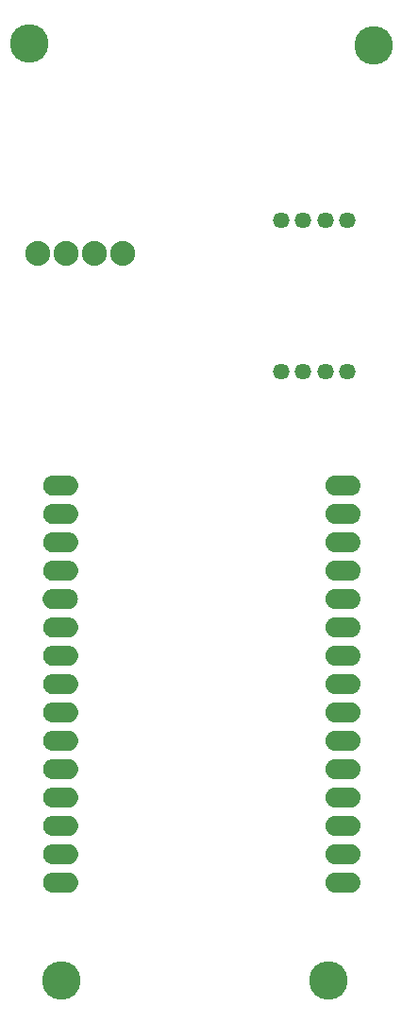
<source format=gts>
G04 MADE WITH FRITZING*
G04 WWW.FRITZING.ORG*
G04 DOUBLE SIDED*
G04 HOLES PLATED*
G04 CONTOUR ON CENTER OF CONTOUR VECTOR*
%ASAXBY*%
%FSLAX23Y23*%
%MOIN*%
%OFA0B0*%
%SFA1.0B1.0*%
%ADD10C,0.088000*%
%ADD11C,0.057559*%
%ADD12C,0.135984*%
%ADD13C,0.062000*%
%ADD14R,0.001000X0.001000*%
%LNMASK1*%
G90*
G70*
G54D10*
X165Y2748D03*
X265Y2748D03*
X365Y2748D03*
X465Y2748D03*
G54D11*
X1022Y2866D03*
X1101Y2866D03*
X1180Y2866D03*
X1258Y2866D03*
X1022Y2866D03*
X1101Y2866D03*
X1180Y2866D03*
X1258Y2866D03*
X1022Y2330D03*
X1101Y2330D03*
X1180Y2330D03*
X1258Y2330D03*
X1022Y2330D03*
X1101Y2330D03*
X1180Y2330D03*
X1258Y2330D03*
G54D12*
X132Y3488D03*
X1349Y3480D03*
X246Y185D03*
X1191Y185D03*
G54D13*
X1243Y528D03*
X1243Y628D03*
X1243Y728D03*
X1243Y828D03*
X1243Y928D03*
X1243Y1028D03*
X1243Y1128D03*
X1243Y1228D03*
X1243Y1328D03*
X1243Y1428D03*
X1243Y1528D03*
X1243Y1628D03*
X1243Y1728D03*
X1243Y1828D03*
X1243Y1928D03*
X243Y1928D03*
X243Y1828D03*
X243Y1728D03*
X243Y1628D03*
X243Y1528D03*
X243Y1428D03*
X243Y1328D03*
X243Y1228D03*
X243Y1128D03*
X243Y1028D03*
X243Y928D03*
X243Y828D03*
X243Y728D03*
X243Y628D03*
X243Y528D03*
G54D14*
X217Y1965D02*
X271Y1965D01*
X1214Y1965D02*
X1269Y1965D01*
X210Y1964D02*
X278Y1964D01*
X1208Y1964D02*
X1275Y1964D01*
X207Y1963D02*
X281Y1963D01*
X1205Y1963D02*
X1279Y1963D01*
X204Y1962D02*
X284Y1962D01*
X1202Y1962D02*
X1281Y1962D01*
X202Y1961D02*
X286Y1961D01*
X1200Y1961D02*
X1283Y1961D01*
X200Y1960D02*
X288Y1960D01*
X1198Y1960D02*
X1285Y1960D01*
X199Y1959D02*
X289Y1959D01*
X1196Y1959D02*
X1287Y1959D01*
X197Y1958D02*
X291Y1958D01*
X1195Y1958D02*
X1288Y1958D01*
X196Y1957D02*
X292Y1957D01*
X1193Y1957D02*
X1290Y1957D01*
X195Y1956D02*
X293Y1956D01*
X1192Y1956D02*
X1291Y1956D01*
X194Y1955D02*
X294Y1955D01*
X1191Y1955D02*
X1292Y1955D01*
X193Y1954D02*
X295Y1954D01*
X1190Y1954D02*
X1293Y1954D01*
X192Y1953D02*
X296Y1953D01*
X1189Y1953D02*
X1294Y1953D01*
X191Y1952D02*
X297Y1952D01*
X1188Y1952D02*
X1295Y1952D01*
X190Y1951D02*
X298Y1951D01*
X1188Y1951D02*
X1295Y1951D01*
X189Y1950D02*
X299Y1950D01*
X1187Y1950D02*
X1296Y1950D01*
X189Y1949D02*
X299Y1949D01*
X1186Y1949D02*
X1297Y1949D01*
X188Y1948D02*
X300Y1948D01*
X1186Y1948D02*
X1297Y1948D01*
X188Y1947D02*
X301Y1947D01*
X1185Y1947D02*
X1298Y1947D01*
X187Y1946D02*
X301Y1946D01*
X1184Y1946D02*
X1299Y1946D01*
X186Y1945D02*
X302Y1945D01*
X1184Y1945D02*
X1299Y1945D01*
X186Y1944D02*
X302Y1944D01*
X1184Y1944D02*
X1300Y1944D01*
X186Y1943D02*
X302Y1943D01*
X1183Y1943D02*
X1300Y1943D01*
X185Y1942D02*
X303Y1942D01*
X1183Y1942D02*
X1300Y1942D01*
X185Y1941D02*
X303Y1941D01*
X1182Y1941D02*
X1301Y1941D01*
X184Y1940D02*
X304Y1940D01*
X1182Y1940D02*
X1301Y1940D01*
X184Y1939D02*
X304Y1939D01*
X1182Y1939D02*
X1301Y1939D01*
X184Y1938D02*
X304Y1938D01*
X1181Y1938D02*
X1302Y1938D01*
X184Y1937D02*
X304Y1937D01*
X1181Y1937D02*
X1302Y1937D01*
X183Y1936D02*
X305Y1936D01*
X1181Y1936D02*
X1302Y1936D01*
X183Y1935D02*
X243Y1935D01*
X245Y1935D02*
X305Y1935D01*
X1181Y1935D02*
X1239Y1935D01*
X1242Y1935D02*
X1302Y1935D01*
X183Y1934D02*
X240Y1934D01*
X248Y1934D02*
X305Y1934D01*
X1181Y1934D02*
X1237Y1934D01*
X1245Y1934D02*
X1303Y1934D01*
X183Y1933D02*
X239Y1933D01*
X249Y1933D02*
X305Y1933D01*
X1180Y1933D02*
X1236Y1933D01*
X1246Y1933D02*
X1303Y1933D01*
X183Y1932D02*
X238Y1932D01*
X250Y1932D02*
X305Y1932D01*
X1180Y1932D02*
X1235Y1932D01*
X1247Y1932D02*
X1303Y1932D01*
X183Y1931D02*
X238Y1931D01*
X250Y1931D02*
X305Y1931D01*
X1180Y1931D02*
X1234Y1931D01*
X1247Y1931D02*
X1303Y1931D01*
X183Y1930D02*
X237Y1930D01*
X251Y1930D02*
X305Y1930D01*
X1180Y1930D02*
X1234Y1930D01*
X1247Y1930D02*
X1303Y1930D01*
X183Y1929D02*
X237Y1929D01*
X251Y1929D02*
X306Y1929D01*
X1180Y1929D02*
X1234Y1929D01*
X1247Y1929D02*
X1303Y1929D01*
X183Y1928D02*
X237Y1928D01*
X251Y1928D02*
X306Y1928D01*
X1180Y1928D02*
X1234Y1928D01*
X1247Y1928D02*
X1303Y1928D01*
X183Y1927D02*
X238Y1927D01*
X250Y1927D02*
X305Y1927D01*
X1180Y1927D02*
X1234Y1927D01*
X1247Y1927D02*
X1303Y1927D01*
X183Y1926D02*
X238Y1926D01*
X250Y1926D02*
X305Y1926D01*
X1180Y1926D02*
X1235Y1926D01*
X1247Y1926D02*
X1303Y1926D01*
X183Y1925D02*
X239Y1925D01*
X249Y1925D02*
X305Y1925D01*
X1180Y1925D02*
X1236Y1925D01*
X1246Y1925D02*
X1303Y1925D01*
X183Y1924D02*
X240Y1924D01*
X248Y1924D02*
X305Y1924D01*
X1181Y1924D02*
X1237Y1924D01*
X1245Y1924D02*
X1303Y1924D01*
X183Y1923D02*
X305Y1923D01*
X1181Y1923D02*
X1302Y1923D01*
X183Y1922D02*
X305Y1922D01*
X1181Y1922D02*
X1302Y1922D01*
X184Y1921D02*
X304Y1921D01*
X1181Y1921D02*
X1302Y1921D01*
X184Y1920D02*
X304Y1920D01*
X1181Y1920D02*
X1302Y1920D01*
X184Y1919D02*
X304Y1919D01*
X1182Y1919D02*
X1301Y1919D01*
X185Y1918D02*
X304Y1918D01*
X1182Y1918D02*
X1301Y1918D01*
X185Y1917D02*
X303Y1917D01*
X1182Y1917D02*
X1301Y1917D01*
X185Y1916D02*
X303Y1916D01*
X1183Y1916D02*
X1300Y1916D01*
X186Y1915D02*
X302Y1915D01*
X1183Y1915D02*
X1300Y1915D01*
X186Y1914D02*
X302Y1914D01*
X1184Y1914D02*
X1299Y1914D01*
X187Y1913D02*
X301Y1913D01*
X1184Y1913D02*
X1299Y1913D01*
X187Y1912D02*
X301Y1912D01*
X1185Y1912D02*
X1298Y1912D01*
X188Y1911D02*
X300Y1911D01*
X1185Y1911D02*
X1298Y1911D01*
X188Y1910D02*
X300Y1910D01*
X1186Y1910D02*
X1297Y1910D01*
X189Y1909D02*
X299Y1909D01*
X1186Y1909D02*
X1297Y1909D01*
X190Y1908D02*
X299Y1908D01*
X1187Y1908D02*
X1296Y1908D01*
X190Y1907D02*
X298Y1907D01*
X1188Y1907D02*
X1295Y1907D01*
X191Y1906D02*
X297Y1906D01*
X1189Y1906D02*
X1295Y1906D01*
X192Y1905D02*
X296Y1905D01*
X1189Y1905D02*
X1294Y1905D01*
X193Y1904D02*
X295Y1904D01*
X1190Y1904D02*
X1293Y1904D01*
X194Y1903D02*
X294Y1903D01*
X1191Y1903D02*
X1292Y1903D01*
X195Y1902D02*
X293Y1902D01*
X1192Y1902D02*
X1291Y1902D01*
X196Y1901D02*
X292Y1901D01*
X1194Y1901D02*
X1289Y1901D01*
X198Y1900D02*
X290Y1900D01*
X1195Y1900D02*
X1288Y1900D01*
X199Y1899D02*
X289Y1899D01*
X1197Y1899D02*
X1286Y1899D01*
X201Y1898D02*
X287Y1898D01*
X1198Y1898D02*
X1285Y1898D01*
X203Y1897D02*
X285Y1897D01*
X1200Y1897D02*
X1283Y1897D01*
X205Y1896D02*
X283Y1896D01*
X1203Y1896D02*
X1281Y1896D01*
X208Y1895D02*
X280Y1895D01*
X1205Y1895D02*
X1278Y1895D01*
X211Y1894D02*
X277Y1894D01*
X1209Y1894D02*
X1274Y1894D01*
X216Y1865D02*
X272Y1865D01*
X1214Y1865D02*
X1269Y1865D01*
X210Y1864D02*
X278Y1864D01*
X1208Y1864D02*
X1275Y1864D01*
X207Y1863D02*
X281Y1863D01*
X1204Y1863D02*
X1279Y1863D01*
X204Y1862D02*
X284Y1862D01*
X1202Y1862D02*
X1281Y1862D01*
X202Y1861D02*
X286Y1861D01*
X1200Y1861D02*
X1283Y1861D01*
X200Y1860D02*
X288Y1860D01*
X1198Y1860D02*
X1285Y1860D01*
X199Y1859D02*
X289Y1859D01*
X1196Y1859D02*
X1287Y1859D01*
X197Y1858D02*
X291Y1858D01*
X1195Y1858D02*
X1288Y1858D01*
X196Y1857D02*
X292Y1857D01*
X1193Y1857D02*
X1290Y1857D01*
X195Y1856D02*
X293Y1856D01*
X1192Y1856D02*
X1291Y1856D01*
X194Y1855D02*
X294Y1855D01*
X1191Y1855D02*
X1292Y1855D01*
X193Y1854D02*
X295Y1854D01*
X1190Y1854D02*
X1293Y1854D01*
X192Y1853D02*
X296Y1853D01*
X1189Y1853D02*
X1294Y1853D01*
X191Y1852D02*
X297Y1852D01*
X1188Y1852D02*
X1295Y1852D01*
X190Y1851D02*
X298Y1851D01*
X1188Y1851D02*
X1296Y1851D01*
X189Y1850D02*
X299Y1850D01*
X1187Y1850D02*
X1296Y1850D01*
X189Y1849D02*
X299Y1849D01*
X1186Y1849D02*
X1297Y1849D01*
X188Y1848D02*
X300Y1848D01*
X1186Y1848D02*
X1298Y1848D01*
X187Y1847D02*
X301Y1847D01*
X1185Y1847D02*
X1298Y1847D01*
X187Y1846D02*
X301Y1846D01*
X1184Y1846D02*
X1299Y1846D01*
X186Y1845D02*
X302Y1845D01*
X1184Y1845D02*
X1299Y1845D01*
X186Y1844D02*
X302Y1844D01*
X1184Y1844D02*
X1300Y1844D01*
X186Y1843D02*
X303Y1843D01*
X1183Y1843D02*
X1300Y1843D01*
X185Y1842D02*
X303Y1842D01*
X1183Y1842D02*
X1300Y1842D01*
X185Y1841D02*
X303Y1841D01*
X1182Y1841D02*
X1301Y1841D01*
X184Y1840D02*
X304Y1840D01*
X1182Y1840D02*
X1301Y1840D01*
X184Y1839D02*
X304Y1839D01*
X1182Y1839D02*
X1302Y1839D01*
X184Y1838D02*
X304Y1838D01*
X1181Y1838D02*
X1302Y1838D01*
X184Y1837D02*
X304Y1837D01*
X1181Y1837D02*
X1302Y1837D01*
X183Y1836D02*
X305Y1836D01*
X1181Y1836D02*
X1302Y1836D01*
X183Y1835D02*
X242Y1835D01*
X246Y1835D02*
X305Y1835D01*
X1181Y1835D02*
X1239Y1835D01*
X1243Y1835D02*
X1302Y1835D01*
X183Y1834D02*
X240Y1834D01*
X248Y1834D02*
X305Y1834D01*
X1181Y1834D02*
X1237Y1834D01*
X1245Y1834D02*
X1303Y1834D01*
X183Y1833D02*
X239Y1833D01*
X249Y1833D02*
X305Y1833D01*
X1180Y1833D02*
X1236Y1833D01*
X1246Y1833D02*
X1303Y1833D01*
X183Y1832D02*
X238Y1832D01*
X250Y1832D02*
X305Y1832D01*
X1180Y1832D02*
X1235Y1832D01*
X1247Y1832D02*
X1303Y1832D01*
X183Y1831D02*
X238Y1831D01*
X250Y1831D02*
X305Y1831D01*
X1180Y1831D02*
X1234Y1831D01*
X1247Y1831D02*
X1303Y1831D01*
X183Y1830D02*
X237Y1830D01*
X251Y1830D02*
X305Y1830D01*
X1180Y1830D02*
X1234Y1830D01*
X1247Y1830D02*
X1303Y1830D01*
X183Y1829D02*
X237Y1829D01*
X251Y1829D02*
X306Y1829D01*
X1180Y1829D02*
X1234Y1829D01*
X1247Y1829D02*
X1303Y1829D01*
X183Y1828D02*
X237Y1828D01*
X251Y1828D02*
X306Y1828D01*
X1180Y1828D02*
X1234Y1828D01*
X1247Y1828D02*
X1303Y1828D01*
X183Y1827D02*
X238Y1827D01*
X250Y1827D02*
X305Y1827D01*
X1180Y1827D02*
X1234Y1827D01*
X1247Y1827D02*
X1303Y1827D01*
X183Y1826D02*
X238Y1826D01*
X250Y1826D02*
X305Y1826D01*
X1180Y1826D02*
X1235Y1826D01*
X1247Y1826D02*
X1303Y1826D01*
X183Y1825D02*
X239Y1825D01*
X249Y1825D02*
X305Y1825D01*
X1180Y1825D02*
X1236Y1825D01*
X1246Y1825D02*
X1303Y1825D01*
X183Y1824D02*
X240Y1824D01*
X248Y1824D02*
X305Y1824D01*
X1181Y1824D02*
X1237Y1824D01*
X1245Y1824D02*
X1303Y1824D01*
X183Y1823D02*
X305Y1823D01*
X1181Y1823D02*
X1302Y1823D01*
X183Y1822D02*
X305Y1822D01*
X1181Y1822D02*
X1302Y1822D01*
X184Y1821D02*
X304Y1821D01*
X1181Y1821D02*
X1302Y1821D01*
X184Y1820D02*
X304Y1820D01*
X1181Y1820D02*
X1302Y1820D01*
X184Y1819D02*
X304Y1819D01*
X1182Y1819D02*
X1301Y1819D01*
X185Y1818D02*
X304Y1818D01*
X1182Y1818D02*
X1301Y1818D01*
X185Y1817D02*
X303Y1817D01*
X1182Y1817D02*
X1301Y1817D01*
X185Y1816D02*
X303Y1816D01*
X1183Y1816D02*
X1300Y1816D01*
X186Y1815D02*
X302Y1815D01*
X1183Y1815D02*
X1300Y1815D01*
X186Y1814D02*
X302Y1814D01*
X1184Y1814D02*
X1299Y1814D01*
X187Y1813D02*
X301Y1813D01*
X1184Y1813D02*
X1299Y1813D01*
X187Y1812D02*
X301Y1812D01*
X1185Y1812D02*
X1299Y1812D01*
X188Y1811D02*
X300Y1811D01*
X1185Y1811D02*
X1298Y1811D01*
X188Y1810D02*
X300Y1810D01*
X1186Y1810D02*
X1297Y1810D01*
X189Y1809D02*
X299Y1809D01*
X1186Y1809D02*
X1297Y1809D01*
X190Y1808D02*
X298Y1808D01*
X1187Y1808D02*
X1296Y1808D01*
X190Y1807D02*
X298Y1807D01*
X1188Y1807D02*
X1295Y1807D01*
X191Y1806D02*
X297Y1806D01*
X1189Y1806D02*
X1295Y1806D01*
X192Y1805D02*
X296Y1805D01*
X1189Y1805D02*
X1294Y1805D01*
X193Y1804D02*
X295Y1804D01*
X1190Y1804D02*
X1293Y1804D01*
X194Y1803D02*
X294Y1803D01*
X1191Y1803D02*
X1292Y1803D01*
X195Y1802D02*
X293Y1802D01*
X1193Y1802D02*
X1291Y1802D01*
X196Y1801D02*
X292Y1801D01*
X1194Y1801D02*
X1289Y1801D01*
X198Y1800D02*
X290Y1800D01*
X1195Y1800D02*
X1288Y1800D01*
X199Y1799D02*
X289Y1799D01*
X1197Y1799D02*
X1286Y1799D01*
X201Y1798D02*
X287Y1798D01*
X1198Y1798D02*
X1285Y1798D01*
X203Y1797D02*
X285Y1797D01*
X1200Y1797D02*
X1283Y1797D01*
X205Y1796D02*
X283Y1796D01*
X1203Y1796D02*
X1281Y1796D01*
X208Y1795D02*
X280Y1795D01*
X1205Y1795D02*
X1278Y1795D01*
X211Y1794D02*
X277Y1794D01*
X1209Y1794D02*
X1274Y1794D01*
X216Y1765D02*
X272Y1765D01*
X1214Y1765D02*
X1270Y1765D01*
X210Y1764D02*
X278Y1764D01*
X1208Y1764D02*
X1275Y1764D01*
X207Y1763D02*
X281Y1763D01*
X1204Y1763D02*
X1279Y1763D01*
X204Y1762D02*
X284Y1762D01*
X1202Y1762D02*
X1281Y1762D01*
X202Y1761D02*
X286Y1761D01*
X1200Y1761D02*
X1283Y1761D01*
X200Y1760D02*
X288Y1760D01*
X1198Y1760D02*
X1285Y1760D01*
X199Y1759D02*
X289Y1759D01*
X1196Y1759D02*
X1287Y1759D01*
X197Y1758D02*
X291Y1758D01*
X1195Y1758D02*
X1288Y1758D01*
X196Y1757D02*
X292Y1757D01*
X1193Y1757D02*
X1290Y1757D01*
X195Y1756D02*
X293Y1756D01*
X1192Y1756D02*
X1291Y1756D01*
X194Y1755D02*
X295Y1755D01*
X1191Y1755D02*
X1292Y1755D01*
X193Y1754D02*
X295Y1754D01*
X1190Y1754D02*
X1293Y1754D01*
X192Y1753D02*
X296Y1753D01*
X1189Y1753D02*
X1294Y1753D01*
X191Y1752D02*
X297Y1752D01*
X1188Y1752D02*
X1295Y1752D01*
X190Y1751D02*
X298Y1751D01*
X1188Y1751D02*
X1296Y1751D01*
X189Y1750D02*
X299Y1750D01*
X1187Y1750D02*
X1296Y1750D01*
X189Y1749D02*
X299Y1749D01*
X1186Y1749D02*
X1297Y1749D01*
X188Y1748D02*
X300Y1748D01*
X1186Y1748D02*
X1297Y1748D01*
X187Y1747D02*
X301Y1747D01*
X1185Y1747D02*
X1298Y1747D01*
X187Y1746D02*
X301Y1746D01*
X1184Y1746D02*
X1299Y1746D01*
X186Y1745D02*
X302Y1745D01*
X1184Y1745D02*
X1299Y1745D01*
X186Y1744D02*
X302Y1744D01*
X1184Y1744D02*
X1300Y1744D01*
X186Y1743D02*
X303Y1743D01*
X1183Y1743D02*
X1300Y1743D01*
X185Y1742D02*
X303Y1742D01*
X1183Y1742D02*
X1300Y1742D01*
X185Y1741D02*
X303Y1741D01*
X1182Y1741D02*
X1301Y1741D01*
X184Y1740D02*
X304Y1740D01*
X1182Y1740D02*
X1301Y1740D01*
X184Y1739D02*
X304Y1739D01*
X1182Y1739D02*
X1301Y1739D01*
X184Y1738D02*
X304Y1738D01*
X1181Y1738D02*
X1302Y1738D01*
X184Y1737D02*
X304Y1737D01*
X1181Y1737D02*
X1302Y1737D01*
X183Y1736D02*
X305Y1736D01*
X1181Y1736D02*
X1302Y1736D01*
X183Y1735D02*
X242Y1735D01*
X246Y1735D02*
X305Y1735D01*
X1181Y1735D02*
X1239Y1735D01*
X1243Y1735D02*
X1302Y1735D01*
X183Y1734D02*
X240Y1734D01*
X248Y1734D02*
X305Y1734D01*
X1180Y1734D02*
X1237Y1734D01*
X1245Y1734D02*
X1303Y1734D01*
X183Y1733D02*
X239Y1733D01*
X249Y1733D02*
X305Y1733D01*
X1180Y1733D02*
X1236Y1733D01*
X1246Y1733D02*
X1303Y1733D01*
X183Y1732D02*
X238Y1732D01*
X250Y1732D02*
X305Y1732D01*
X1180Y1732D02*
X1235Y1732D01*
X1247Y1732D02*
X1303Y1732D01*
X183Y1731D02*
X238Y1731D01*
X250Y1731D02*
X305Y1731D01*
X1180Y1731D02*
X1234Y1731D01*
X1247Y1731D02*
X1303Y1731D01*
X183Y1730D02*
X237Y1730D01*
X251Y1730D02*
X305Y1730D01*
X1180Y1730D02*
X1234Y1730D01*
X1247Y1730D02*
X1303Y1730D01*
X183Y1729D02*
X237Y1729D01*
X251Y1729D02*
X306Y1729D01*
X1180Y1729D02*
X1234Y1729D01*
X1247Y1729D02*
X1303Y1729D01*
X183Y1728D02*
X237Y1728D01*
X251Y1728D02*
X306Y1728D01*
X1180Y1728D02*
X1234Y1728D01*
X1247Y1728D02*
X1303Y1728D01*
X183Y1727D02*
X238Y1727D01*
X250Y1727D02*
X305Y1727D01*
X1180Y1727D02*
X1234Y1727D01*
X1247Y1727D02*
X1303Y1727D01*
X183Y1726D02*
X238Y1726D01*
X250Y1726D02*
X305Y1726D01*
X1180Y1726D02*
X1235Y1726D01*
X1247Y1726D02*
X1303Y1726D01*
X183Y1725D02*
X239Y1725D01*
X249Y1725D02*
X305Y1725D01*
X1180Y1725D02*
X1236Y1725D01*
X1246Y1725D02*
X1303Y1725D01*
X183Y1724D02*
X240Y1724D01*
X248Y1724D02*
X305Y1724D01*
X1181Y1724D02*
X1237Y1724D01*
X1245Y1724D02*
X1303Y1724D01*
X183Y1723D02*
X305Y1723D01*
X1181Y1723D02*
X1302Y1723D01*
X183Y1722D02*
X305Y1722D01*
X1181Y1722D02*
X1302Y1722D01*
X184Y1721D02*
X304Y1721D01*
X1181Y1721D02*
X1302Y1721D01*
X184Y1720D02*
X304Y1720D01*
X1181Y1720D02*
X1302Y1720D01*
X184Y1719D02*
X304Y1719D01*
X1182Y1719D02*
X1301Y1719D01*
X185Y1718D02*
X304Y1718D01*
X1182Y1718D02*
X1301Y1718D01*
X185Y1717D02*
X303Y1717D01*
X1182Y1717D02*
X1301Y1717D01*
X185Y1716D02*
X303Y1716D01*
X1183Y1716D02*
X1300Y1716D01*
X186Y1715D02*
X302Y1715D01*
X1183Y1715D02*
X1300Y1715D01*
X186Y1714D02*
X302Y1714D01*
X1184Y1714D02*
X1299Y1714D01*
X187Y1713D02*
X301Y1713D01*
X1184Y1713D02*
X1299Y1713D01*
X187Y1712D02*
X301Y1712D01*
X1185Y1712D02*
X1298Y1712D01*
X188Y1711D02*
X300Y1711D01*
X1185Y1711D02*
X1298Y1711D01*
X188Y1710D02*
X300Y1710D01*
X1186Y1710D02*
X1297Y1710D01*
X189Y1709D02*
X299Y1709D01*
X1186Y1709D02*
X1297Y1709D01*
X190Y1708D02*
X298Y1708D01*
X1187Y1708D02*
X1296Y1708D01*
X190Y1707D02*
X298Y1707D01*
X1188Y1707D02*
X1295Y1707D01*
X191Y1706D02*
X297Y1706D01*
X1189Y1706D02*
X1294Y1706D01*
X192Y1705D02*
X296Y1705D01*
X1189Y1705D02*
X1294Y1705D01*
X193Y1704D02*
X295Y1704D01*
X1190Y1704D02*
X1293Y1704D01*
X194Y1703D02*
X294Y1703D01*
X1191Y1703D02*
X1292Y1703D01*
X195Y1702D02*
X293Y1702D01*
X1193Y1702D02*
X1291Y1702D01*
X196Y1701D02*
X292Y1701D01*
X1194Y1701D02*
X1289Y1701D01*
X198Y1700D02*
X290Y1700D01*
X1195Y1700D02*
X1288Y1700D01*
X199Y1699D02*
X289Y1699D01*
X1197Y1699D02*
X1286Y1699D01*
X201Y1698D02*
X287Y1698D01*
X1198Y1698D02*
X1285Y1698D01*
X203Y1697D02*
X285Y1697D01*
X1200Y1697D02*
X1283Y1697D01*
X205Y1696D02*
X283Y1696D01*
X1203Y1696D02*
X1280Y1696D01*
X208Y1695D02*
X280Y1695D01*
X1205Y1695D02*
X1278Y1695D01*
X212Y1694D02*
X277Y1694D01*
X1209Y1694D02*
X1274Y1694D01*
X215Y1665D02*
X273Y1665D01*
X1213Y1665D02*
X1270Y1665D01*
X210Y1664D02*
X278Y1664D01*
X1208Y1664D02*
X1276Y1664D01*
X207Y1663D02*
X281Y1663D01*
X1204Y1663D02*
X1279Y1663D01*
X204Y1662D02*
X284Y1662D01*
X1202Y1662D02*
X1281Y1662D01*
X202Y1661D02*
X286Y1661D01*
X1200Y1661D02*
X1283Y1661D01*
X200Y1660D02*
X288Y1660D01*
X1198Y1660D02*
X1285Y1660D01*
X199Y1659D02*
X289Y1659D01*
X1196Y1659D02*
X1287Y1659D01*
X197Y1658D02*
X291Y1658D01*
X1195Y1658D02*
X1288Y1658D01*
X196Y1657D02*
X292Y1657D01*
X1193Y1657D02*
X1290Y1657D01*
X195Y1656D02*
X293Y1656D01*
X1192Y1656D02*
X1291Y1656D01*
X193Y1655D02*
X295Y1655D01*
X1191Y1655D02*
X1292Y1655D01*
X193Y1654D02*
X296Y1654D01*
X1190Y1654D02*
X1293Y1654D01*
X192Y1653D02*
X296Y1653D01*
X1189Y1653D02*
X1294Y1653D01*
X191Y1652D02*
X297Y1652D01*
X1188Y1652D02*
X1295Y1652D01*
X190Y1651D02*
X298Y1651D01*
X1188Y1651D02*
X1296Y1651D01*
X189Y1650D02*
X299Y1650D01*
X1187Y1650D02*
X1296Y1650D01*
X189Y1649D02*
X299Y1649D01*
X1186Y1649D02*
X1297Y1649D01*
X188Y1648D02*
X300Y1648D01*
X1186Y1648D02*
X1298Y1648D01*
X187Y1647D02*
X301Y1647D01*
X1185Y1647D02*
X1298Y1647D01*
X187Y1646D02*
X301Y1646D01*
X1184Y1646D02*
X1299Y1646D01*
X186Y1645D02*
X302Y1645D01*
X1184Y1645D02*
X1299Y1645D01*
X186Y1644D02*
X302Y1644D01*
X1184Y1644D02*
X1300Y1644D01*
X186Y1643D02*
X303Y1643D01*
X1183Y1643D02*
X1300Y1643D01*
X185Y1642D02*
X303Y1642D01*
X1183Y1642D02*
X1300Y1642D01*
X185Y1641D02*
X303Y1641D01*
X1182Y1641D02*
X1301Y1641D01*
X184Y1640D02*
X304Y1640D01*
X1182Y1640D02*
X1301Y1640D01*
X184Y1639D02*
X304Y1639D01*
X1182Y1639D02*
X1302Y1639D01*
X184Y1638D02*
X304Y1638D01*
X1181Y1638D02*
X1302Y1638D01*
X184Y1637D02*
X304Y1637D01*
X1181Y1637D02*
X1302Y1637D01*
X183Y1636D02*
X305Y1636D01*
X1181Y1636D02*
X1302Y1636D01*
X183Y1635D02*
X242Y1635D01*
X246Y1635D02*
X305Y1635D01*
X1181Y1635D02*
X1239Y1635D01*
X1243Y1635D02*
X1302Y1635D01*
X183Y1634D02*
X240Y1634D01*
X248Y1634D02*
X305Y1634D01*
X1181Y1634D02*
X1237Y1634D01*
X1245Y1634D02*
X1303Y1634D01*
X183Y1633D02*
X239Y1633D01*
X249Y1633D02*
X305Y1633D01*
X1180Y1633D02*
X1235Y1633D01*
X1246Y1633D02*
X1303Y1633D01*
X183Y1632D02*
X238Y1632D01*
X250Y1632D02*
X305Y1632D01*
X1180Y1632D02*
X1235Y1632D01*
X1247Y1632D02*
X1303Y1632D01*
X183Y1631D02*
X238Y1631D01*
X251Y1631D02*
X305Y1631D01*
X1180Y1631D02*
X1234Y1631D01*
X1247Y1631D02*
X1303Y1631D01*
X183Y1630D02*
X237Y1630D01*
X251Y1630D02*
X305Y1630D01*
X1180Y1630D02*
X1234Y1630D01*
X1248Y1630D02*
X1303Y1630D01*
X183Y1629D02*
X237Y1629D01*
X251Y1629D02*
X306Y1629D01*
X1180Y1629D02*
X1234Y1629D01*
X1248Y1629D02*
X1303Y1629D01*
X183Y1628D02*
X237Y1628D01*
X251Y1628D02*
X306Y1628D01*
X1180Y1628D02*
X1234Y1628D01*
X1248Y1628D02*
X1303Y1628D01*
X183Y1627D02*
X238Y1627D01*
X250Y1627D02*
X305Y1627D01*
X1180Y1627D02*
X1234Y1627D01*
X1247Y1627D02*
X1303Y1627D01*
X183Y1626D02*
X238Y1626D01*
X250Y1626D02*
X305Y1626D01*
X1180Y1626D02*
X1235Y1626D01*
X1247Y1626D02*
X1303Y1626D01*
X183Y1625D02*
X239Y1625D01*
X249Y1625D02*
X305Y1625D01*
X1180Y1625D02*
X1236Y1625D01*
X1246Y1625D02*
X1303Y1625D01*
X183Y1624D02*
X240Y1624D01*
X248Y1624D02*
X305Y1624D01*
X1181Y1624D02*
X1237Y1624D01*
X1245Y1624D02*
X1303Y1624D01*
X183Y1623D02*
X305Y1623D01*
X1181Y1623D02*
X1302Y1623D01*
X183Y1622D02*
X305Y1622D01*
X1181Y1622D02*
X1302Y1622D01*
X184Y1621D02*
X304Y1621D01*
X1181Y1621D02*
X1302Y1621D01*
X184Y1620D02*
X304Y1620D01*
X1181Y1620D02*
X1302Y1620D01*
X184Y1619D02*
X304Y1619D01*
X1182Y1619D02*
X1301Y1619D01*
X185Y1618D02*
X303Y1618D01*
X1182Y1618D02*
X1301Y1618D01*
X185Y1617D02*
X303Y1617D01*
X1182Y1617D02*
X1301Y1617D01*
X185Y1616D02*
X303Y1616D01*
X1183Y1616D02*
X1300Y1616D01*
X186Y1615D02*
X302Y1615D01*
X1183Y1615D02*
X1300Y1615D01*
X186Y1614D02*
X302Y1614D01*
X1184Y1614D02*
X1299Y1614D01*
X187Y1613D02*
X301Y1613D01*
X1184Y1613D02*
X1299Y1613D01*
X187Y1612D02*
X301Y1612D01*
X1185Y1612D02*
X1298Y1612D01*
X188Y1611D02*
X300Y1611D01*
X1185Y1611D02*
X1298Y1611D01*
X188Y1610D02*
X300Y1610D01*
X1186Y1610D02*
X1297Y1610D01*
X189Y1609D02*
X299Y1609D01*
X1186Y1609D02*
X1297Y1609D01*
X190Y1608D02*
X298Y1608D01*
X1187Y1608D02*
X1296Y1608D01*
X190Y1607D02*
X298Y1607D01*
X1188Y1607D02*
X1295Y1607D01*
X191Y1606D02*
X297Y1606D01*
X1189Y1606D02*
X1295Y1606D01*
X192Y1605D02*
X296Y1605D01*
X1190Y1605D02*
X1294Y1605D01*
X193Y1604D02*
X295Y1604D01*
X1190Y1604D02*
X1293Y1604D01*
X194Y1603D02*
X294Y1603D01*
X1191Y1603D02*
X1292Y1603D01*
X195Y1602D02*
X293Y1602D01*
X1193Y1602D02*
X1291Y1602D01*
X196Y1601D02*
X292Y1601D01*
X1194Y1601D02*
X1289Y1601D01*
X198Y1600D02*
X290Y1600D01*
X1195Y1600D02*
X1288Y1600D01*
X199Y1599D02*
X289Y1599D01*
X1197Y1599D02*
X1286Y1599D01*
X201Y1598D02*
X287Y1598D01*
X1198Y1598D02*
X1285Y1598D01*
X203Y1597D02*
X285Y1597D01*
X1200Y1597D02*
X1283Y1597D01*
X205Y1596D02*
X283Y1596D01*
X1203Y1596D02*
X1280Y1596D01*
X208Y1595D02*
X280Y1595D01*
X1205Y1595D02*
X1278Y1595D01*
X212Y1594D02*
X276Y1594D01*
X1209Y1594D02*
X1274Y1594D01*
X214Y1565D02*
X272Y1565D01*
X1213Y1565D02*
X1270Y1565D01*
X209Y1564D02*
X277Y1564D01*
X1208Y1564D02*
X1276Y1564D01*
X206Y1563D02*
X280Y1563D01*
X1204Y1563D02*
X1279Y1563D01*
X203Y1562D02*
X283Y1562D01*
X1202Y1562D02*
X1281Y1562D01*
X201Y1561D02*
X285Y1561D01*
X1200Y1561D02*
X1283Y1561D01*
X199Y1560D02*
X287Y1560D01*
X1198Y1560D02*
X1285Y1560D01*
X198Y1559D02*
X288Y1559D01*
X1196Y1559D02*
X1287Y1559D01*
X196Y1558D02*
X290Y1558D01*
X1195Y1558D02*
X1288Y1558D01*
X195Y1557D02*
X291Y1557D01*
X1193Y1557D02*
X1290Y1557D01*
X194Y1556D02*
X292Y1556D01*
X1192Y1556D02*
X1291Y1556D01*
X192Y1555D02*
X294Y1555D01*
X1191Y1555D02*
X1292Y1555D01*
X191Y1554D02*
X295Y1554D01*
X1190Y1554D02*
X1293Y1554D01*
X191Y1553D02*
X295Y1553D01*
X1189Y1553D02*
X1294Y1553D01*
X190Y1552D02*
X296Y1552D01*
X1188Y1552D02*
X1295Y1552D01*
X189Y1551D02*
X297Y1551D01*
X1188Y1551D02*
X1296Y1551D01*
X188Y1550D02*
X298Y1550D01*
X1187Y1550D02*
X1296Y1550D01*
X188Y1549D02*
X298Y1549D01*
X1186Y1549D02*
X1297Y1549D01*
X187Y1548D02*
X299Y1548D01*
X1186Y1548D02*
X1298Y1548D01*
X186Y1547D02*
X300Y1547D01*
X1185Y1547D02*
X1298Y1547D01*
X186Y1546D02*
X300Y1546D01*
X1184Y1546D02*
X1299Y1546D01*
X185Y1545D02*
X301Y1545D01*
X1184Y1545D02*
X1299Y1545D01*
X185Y1544D02*
X301Y1544D01*
X1183Y1544D02*
X1300Y1544D01*
X184Y1543D02*
X302Y1543D01*
X1183Y1543D02*
X1300Y1543D01*
X184Y1542D02*
X302Y1542D01*
X1183Y1542D02*
X1300Y1542D01*
X184Y1541D02*
X302Y1541D01*
X1182Y1541D02*
X1301Y1541D01*
X183Y1540D02*
X303Y1540D01*
X1182Y1540D02*
X1301Y1540D01*
X183Y1539D02*
X303Y1539D01*
X1182Y1539D02*
X1301Y1539D01*
X183Y1538D02*
X303Y1538D01*
X1181Y1538D02*
X1302Y1538D01*
X183Y1537D02*
X303Y1537D01*
X1181Y1537D02*
X1302Y1537D01*
X182Y1536D02*
X304Y1536D01*
X1181Y1536D02*
X1302Y1536D01*
X182Y1535D02*
X241Y1535D01*
X245Y1535D02*
X304Y1535D01*
X1181Y1535D02*
X1238Y1535D01*
X1243Y1535D02*
X1302Y1535D01*
X182Y1534D02*
X239Y1534D01*
X247Y1534D02*
X304Y1534D01*
X1180Y1534D02*
X1237Y1534D01*
X1245Y1534D02*
X1303Y1534D01*
X182Y1533D02*
X238Y1533D01*
X248Y1533D02*
X304Y1533D01*
X1180Y1533D02*
X1236Y1533D01*
X1246Y1533D02*
X1303Y1533D01*
X182Y1532D02*
X237Y1532D01*
X249Y1532D02*
X305Y1532D01*
X1180Y1532D02*
X1235Y1532D01*
X1247Y1532D02*
X1303Y1532D01*
X182Y1531D02*
X237Y1531D01*
X249Y1531D02*
X305Y1531D01*
X1180Y1531D02*
X1234Y1531D01*
X1247Y1531D02*
X1303Y1531D01*
X182Y1530D02*
X237Y1530D01*
X249Y1530D02*
X305Y1530D01*
X1180Y1530D02*
X1234Y1530D01*
X1247Y1530D02*
X1303Y1530D01*
X182Y1529D02*
X237Y1529D01*
X250Y1529D02*
X305Y1529D01*
X1180Y1529D02*
X1234Y1529D01*
X1247Y1529D02*
X1303Y1529D01*
X182Y1528D02*
X237Y1528D01*
X249Y1528D02*
X304Y1528D01*
X1180Y1528D02*
X1234Y1528D01*
X1247Y1528D02*
X1303Y1528D01*
X182Y1527D02*
X237Y1527D01*
X249Y1527D02*
X304Y1527D01*
X1180Y1527D02*
X1235Y1527D01*
X1247Y1527D02*
X1303Y1527D01*
X182Y1526D02*
X237Y1526D01*
X249Y1526D02*
X304Y1526D01*
X1180Y1526D02*
X1235Y1526D01*
X1246Y1526D02*
X1303Y1526D01*
X182Y1525D02*
X238Y1525D01*
X248Y1525D02*
X304Y1525D01*
X1180Y1525D02*
X1236Y1525D01*
X1246Y1525D02*
X1303Y1525D01*
X182Y1524D02*
X239Y1524D01*
X247Y1524D02*
X304Y1524D01*
X1181Y1524D02*
X1237Y1524D01*
X1244Y1524D02*
X1303Y1524D01*
X182Y1523D02*
X304Y1523D01*
X1181Y1523D02*
X1302Y1523D01*
X182Y1522D02*
X304Y1522D01*
X1181Y1522D02*
X1302Y1522D01*
X183Y1521D02*
X303Y1521D01*
X1181Y1521D02*
X1302Y1521D01*
X183Y1520D02*
X303Y1520D01*
X1181Y1520D02*
X1302Y1520D01*
X183Y1519D02*
X303Y1519D01*
X1182Y1519D02*
X1301Y1519D01*
X184Y1518D02*
X302Y1518D01*
X1182Y1518D02*
X1301Y1518D01*
X184Y1517D02*
X302Y1517D01*
X1182Y1517D02*
X1301Y1517D01*
X184Y1516D02*
X302Y1516D01*
X1183Y1516D02*
X1300Y1516D01*
X185Y1515D02*
X301Y1515D01*
X1183Y1515D02*
X1300Y1515D01*
X185Y1514D02*
X301Y1514D01*
X1184Y1514D02*
X1299Y1514D01*
X186Y1513D02*
X300Y1513D01*
X1184Y1513D02*
X1299Y1513D01*
X186Y1512D02*
X300Y1512D01*
X1185Y1512D02*
X1298Y1512D01*
X187Y1511D02*
X299Y1511D01*
X1185Y1511D02*
X1298Y1511D01*
X187Y1510D02*
X299Y1510D01*
X1186Y1510D02*
X1297Y1510D01*
X188Y1509D02*
X298Y1509D01*
X1186Y1509D02*
X1297Y1509D01*
X189Y1508D02*
X297Y1508D01*
X1187Y1508D02*
X1296Y1508D01*
X189Y1507D02*
X297Y1507D01*
X1188Y1507D02*
X1295Y1507D01*
X190Y1506D02*
X296Y1506D01*
X1189Y1506D02*
X1294Y1506D01*
X191Y1505D02*
X295Y1505D01*
X1190Y1505D02*
X1294Y1505D01*
X192Y1504D02*
X294Y1504D01*
X1190Y1504D02*
X1293Y1504D01*
X193Y1503D02*
X293Y1503D01*
X1191Y1503D02*
X1292Y1503D01*
X194Y1502D02*
X292Y1502D01*
X1193Y1502D02*
X1290Y1502D01*
X195Y1501D02*
X291Y1501D01*
X1194Y1501D02*
X1289Y1501D01*
X197Y1500D02*
X289Y1500D01*
X1195Y1500D02*
X1288Y1500D01*
X198Y1499D02*
X288Y1499D01*
X1197Y1499D02*
X1286Y1499D01*
X200Y1498D02*
X286Y1498D01*
X1199Y1498D02*
X1285Y1498D01*
X202Y1497D02*
X284Y1497D01*
X1201Y1497D02*
X1283Y1497D01*
X204Y1496D02*
X282Y1496D01*
X1203Y1496D02*
X1280Y1496D01*
X207Y1495D02*
X279Y1495D01*
X1206Y1495D02*
X1278Y1495D01*
X211Y1494D02*
X275Y1494D01*
X1209Y1494D02*
X1274Y1494D01*
X215Y1465D02*
X273Y1465D01*
X1212Y1465D02*
X1271Y1465D01*
X210Y1464D02*
X278Y1464D01*
X1207Y1464D02*
X1276Y1464D01*
X207Y1463D02*
X281Y1463D01*
X1204Y1463D02*
X1279Y1463D01*
X204Y1462D02*
X284Y1462D01*
X1202Y1462D02*
X1281Y1462D01*
X202Y1461D02*
X286Y1461D01*
X1200Y1461D02*
X1284Y1461D01*
X200Y1460D02*
X288Y1460D01*
X1198Y1460D02*
X1285Y1460D01*
X199Y1459D02*
X290Y1459D01*
X1196Y1459D02*
X1287Y1459D01*
X197Y1458D02*
X291Y1458D01*
X1195Y1458D02*
X1288Y1458D01*
X196Y1457D02*
X292Y1457D01*
X1193Y1457D02*
X1290Y1457D01*
X195Y1456D02*
X293Y1456D01*
X1192Y1456D02*
X1291Y1456D01*
X193Y1455D02*
X295Y1455D01*
X1191Y1455D02*
X1292Y1455D01*
X192Y1454D02*
X296Y1454D01*
X1190Y1454D02*
X1293Y1454D01*
X192Y1453D02*
X296Y1453D01*
X1189Y1453D02*
X1294Y1453D01*
X191Y1452D02*
X297Y1452D01*
X1188Y1452D02*
X1295Y1452D01*
X190Y1451D02*
X298Y1451D01*
X1188Y1451D02*
X1296Y1451D01*
X189Y1450D02*
X299Y1450D01*
X1187Y1450D02*
X1296Y1450D01*
X189Y1449D02*
X299Y1449D01*
X1186Y1449D02*
X1297Y1449D01*
X188Y1448D02*
X300Y1448D01*
X1186Y1448D02*
X1298Y1448D01*
X187Y1447D02*
X301Y1447D01*
X1185Y1447D02*
X1298Y1447D01*
X187Y1446D02*
X301Y1446D01*
X1184Y1446D02*
X1299Y1446D01*
X186Y1445D02*
X302Y1445D01*
X1184Y1445D02*
X1299Y1445D01*
X186Y1444D02*
X302Y1444D01*
X1183Y1444D02*
X1300Y1444D01*
X186Y1443D02*
X303Y1443D01*
X1183Y1443D02*
X1300Y1443D01*
X185Y1442D02*
X303Y1442D01*
X1183Y1442D02*
X1300Y1442D01*
X185Y1441D02*
X303Y1441D01*
X1182Y1441D02*
X1301Y1441D01*
X184Y1440D02*
X304Y1440D01*
X1182Y1440D02*
X1301Y1440D01*
X184Y1439D02*
X304Y1439D01*
X1182Y1439D02*
X1301Y1439D01*
X184Y1438D02*
X304Y1438D01*
X1181Y1438D02*
X1302Y1438D01*
X184Y1437D02*
X305Y1437D01*
X1181Y1437D02*
X1302Y1437D01*
X183Y1436D02*
X305Y1436D01*
X1181Y1436D02*
X1302Y1436D01*
X183Y1435D02*
X242Y1435D01*
X247Y1435D02*
X305Y1435D01*
X1181Y1435D02*
X1238Y1435D01*
X1243Y1435D02*
X1302Y1435D01*
X183Y1434D02*
X240Y1434D01*
X248Y1434D02*
X305Y1434D01*
X1180Y1434D02*
X1237Y1434D01*
X1245Y1434D02*
X1303Y1434D01*
X183Y1433D02*
X239Y1433D01*
X249Y1433D02*
X305Y1433D01*
X1180Y1433D02*
X1236Y1433D01*
X1246Y1433D02*
X1303Y1433D01*
X183Y1432D02*
X238Y1432D01*
X250Y1432D02*
X305Y1432D01*
X1180Y1432D02*
X1235Y1432D01*
X1247Y1432D02*
X1303Y1432D01*
X183Y1431D02*
X238Y1431D01*
X250Y1431D02*
X305Y1431D01*
X1180Y1431D02*
X1234Y1431D01*
X1247Y1431D02*
X1303Y1431D01*
X183Y1430D02*
X238Y1430D01*
X251Y1430D02*
X305Y1430D01*
X1180Y1430D02*
X1234Y1430D01*
X1247Y1430D02*
X1303Y1430D01*
X183Y1429D02*
X238Y1429D01*
X251Y1429D02*
X306Y1429D01*
X1180Y1429D02*
X1234Y1429D01*
X1247Y1429D02*
X1303Y1429D01*
X183Y1428D02*
X238Y1428D01*
X250Y1428D02*
X306Y1428D01*
X1180Y1428D02*
X1234Y1428D01*
X1247Y1428D02*
X1303Y1428D01*
X183Y1427D02*
X238Y1427D01*
X250Y1427D02*
X305Y1427D01*
X1180Y1427D02*
X1235Y1427D01*
X1247Y1427D02*
X1303Y1427D01*
X183Y1426D02*
X238Y1426D01*
X250Y1426D02*
X305Y1426D01*
X1180Y1426D02*
X1235Y1426D01*
X1246Y1426D02*
X1303Y1426D01*
X183Y1425D02*
X239Y1425D01*
X249Y1425D02*
X305Y1425D01*
X1180Y1425D02*
X1236Y1425D01*
X1246Y1425D02*
X1303Y1425D01*
X183Y1424D02*
X241Y1424D01*
X248Y1424D02*
X305Y1424D01*
X1181Y1424D02*
X1237Y1424D01*
X1244Y1424D02*
X1303Y1424D01*
X183Y1423D02*
X305Y1423D01*
X1181Y1423D02*
X1302Y1423D01*
X183Y1422D02*
X305Y1422D01*
X1181Y1422D02*
X1302Y1422D01*
X184Y1421D02*
X304Y1421D01*
X1181Y1421D02*
X1302Y1421D01*
X184Y1420D02*
X304Y1420D01*
X1181Y1420D02*
X1302Y1420D01*
X184Y1419D02*
X304Y1419D01*
X1182Y1419D02*
X1301Y1419D01*
X185Y1418D02*
X303Y1418D01*
X1182Y1418D02*
X1301Y1418D01*
X185Y1417D02*
X303Y1417D01*
X1182Y1417D02*
X1301Y1417D01*
X185Y1416D02*
X303Y1416D01*
X1183Y1416D02*
X1300Y1416D01*
X186Y1415D02*
X302Y1415D01*
X1183Y1415D02*
X1300Y1415D01*
X186Y1414D02*
X302Y1414D01*
X1184Y1414D02*
X1299Y1414D01*
X187Y1413D02*
X301Y1413D01*
X1184Y1413D02*
X1299Y1413D01*
X187Y1412D02*
X301Y1412D01*
X1185Y1412D02*
X1298Y1412D01*
X188Y1411D02*
X300Y1411D01*
X1185Y1411D02*
X1298Y1411D01*
X188Y1410D02*
X300Y1410D01*
X1186Y1410D02*
X1297Y1410D01*
X189Y1409D02*
X299Y1409D01*
X1186Y1409D02*
X1297Y1409D01*
X190Y1408D02*
X298Y1408D01*
X1187Y1408D02*
X1296Y1408D01*
X190Y1407D02*
X298Y1407D01*
X1188Y1407D02*
X1295Y1407D01*
X191Y1406D02*
X297Y1406D01*
X1189Y1406D02*
X1294Y1406D01*
X192Y1405D02*
X296Y1405D01*
X1190Y1405D02*
X1294Y1405D01*
X193Y1404D02*
X295Y1404D01*
X1190Y1404D02*
X1293Y1404D01*
X194Y1403D02*
X294Y1403D01*
X1192Y1403D02*
X1292Y1403D01*
X195Y1402D02*
X293Y1402D01*
X1193Y1402D02*
X1290Y1402D01*
X196Y1401D02*
X292Y1401D01*
X1194Y1401D02*
X1289Y1401D01*
X198Y1400D02*
X290Y1400D01*
X1195Y1400D02*
X1288Y1400D01*
X199Y1399D02*
X289Y1399D01*
X1197Y1399D02*
X1286Y1399D01*
X201Y1398D02*
X287Y1398D01*
X1199Y1398D02*
X1285Y1398D01*
X203Y1397D02*
X285Y1397D01*
X1201Y1397D02*
X1282Y1397D01*
X205Y1396D02*
X283Y1396D01*
X1203Y1396D02*
X1280Y1396D01*
X208Y1395D02*
X280Y1395D01*
X1206Y1395D02*
X1277Y1395D01*
X212Y1394D02*
X276Y1394D01*
X1209Y1394D02*
X1274Y1394D01*
X215Y1365D02*
X273Y1365D01*
X1212Y1365D02*
X1271Y1365D01*
X210Y1364D02*
X278Y1364D01*
X1207Y1364D02*
X1276Y1364D01*
X207Y1363D02*
X281Y1363D01*
X1204Y1363D02*
X1279Y1363D01*
X204Y1362D02*
X284Y1362D01*
X1202Y1362D02*
X1281Y1362D01*
X202Y1361D02*
X286Y1361D01*
X1199Y1361D02*
X1284Y1361D01*
X200Y1360D02*
X288Y1360D01*
X1198Y1360D02*
X1285Y1360D01*
X198Y1359D02*
X290Y1359D01*
X1196Y1359D02*
X1287Y1359D01*
X197Y1358D02*
X291Y1358D01*
X1195Y1358D02*
X1289Y1358D01*
X196Y1357D02*
X292Y1357D01*
X1193Y1357D02*
X1290Y1357D01*
X195Y1356D02*
X294Y1356D01*
X1192Y1356D02*
X1291Y1356D01*
X193Y1355D02*
X295Y1355D01*
X1191Y1355D02*
X1292Y1355D01*
X192Y1354D02*
X296Y1354D01*
X1190Y1354D02*
X1293Y1354D01*
X192Y1353D02*
X296Y1353D01*
X1189Y1353D02*
X1294Y1353D01*
X191Y1352D02*
X297Y1352D01*
X1188Y1352D02*
X1295Y1352D01*
X190Y1351D02*
X298Y1351D01*
X1188Y1351D02*
X1296Y1351D01*
X189Y1350D02*
X299Y1350D01*
X1187Y1350D02*
X1296Y1350D01*
X189Y1349D02*
X299Y1349D01*
X1186Y1349D02*
X1297Y1349D01*
X188Y1348D02*
X300Y1348D01*
X1186Y1348D02*
X1298Y1348D01*
X187Y1347D02*
X301Y1347D01*
X1185Y1347D02*
X1298Y1347D01*
X187Y1346D02*
X301Y1346D01*
X1184Y1346D02*
X1299Y1346D01*
X186Y1345D02*
X302Y1345D01*
X1184Y1345D02*
X1299Y1345D01*
X186Y1344D02*
X302Y1344D01*
X1183Y1344D02*
X1300Y1344D01*
X185Y1343D02*
X303Y1343D01*
X1183Y1343D02*
X1300Y1343D01*
X185Y1342D02*
X303Y1342D01*
X1183Y1342D02*
X1300Y1342D01*
X185Y1341D02*
X303Y1341D01*
X1182Y1341D02*
X1301Y1341D01*
X184Y1340D02*
X304Y1340D01*
X1182Y1340D02*
X1301Y1340D01*
X184Y1339D02*
X304Y1339D01*
X1182Y1339D02*
X1301Y1339D01*
X184Y1338D02*
X304Y1338D01*
X1181Y1338D02*
X1302Y1338D01*
X184Y1337D02*
X305Y1337D01*
X1181Y1337D02*
X1302Y1337D01*
X183Y1336D02*
X305Y1336D01*
X1181Y1336D02*
X1302Y1336D01*
X183Y1335D02*
X242Y1335D01*
X247Y1335D02*
X305Y1335D01*
X1181Y1335D02*
X1238Y1335D01*
X1243Y1335D02*
X1302Y1335D01*
X183Y1334D02*
X240Y1334D01*
X248Y1334D02*
X305Y1334D01*
X1180Y1334D02*
X1237Y1334D01*
X1245Y1334D02*
X1303Y1334D01*
X183Y1333D02*
X239Y1333D01*
X249Y1333D02*
X305Y1333D01*
X1180Y1333D02*
X1236Y1333D01*
X1246Y1333D02*
X1303Y1333D01*
X183Y1332D02*
X238Y1332D01*
X250Y1332D02*
X305Y1332D01*
X1180Y1332D02*
X1235Y1332D01*
X1247Y1332D02*
X1303Y1332D01*
X183Y1331D02*
X238Y1331D01*
X250Y1331D02*
X305Y1331D01*
X1180Y1331D02*
X1234Y1331D01*
X1247Y1331D02*
X1303Y1331D01*
X183Y1330D02*
X238Y1330D01*
X251Y1330D02*
X305Y1330D01*
X1180Y1330D02*
X1234Y1330D01*
X1247Y1330D02*
X1303Y1330D01*
X183Y1329D02*
X238Y1329D01*
X251Y1329D02*
X305Y1329D01*
X1180Y1329D02*
X1234Y1329D01*
X1247Y1329D02*
X1303Y1329D01*
X183Y1328D02*
X238Y1328D01*
X250Y1328D02*
X305Y1328D01*
X1180Y1328D02*
X1234Y1328D01*
X1247Y1328D02*
X1303Y1328D01*
X183Y1327D02*
X238Y1327D01*
X250Y1327D02*
X305Y1327D01*
X1180Y1327D02*
X1235Y1327D01*
X1247Y1327D02*
X1303Y1327D01*
X183Y1326D02*
X239Y1326D01*
X250Y1326D02*
X305Y1326D01*
X1180Y1326D02*
X1235Y1326D01*
X1246Y1326D02*
X1303Y1326D01*
X183Y1325D02*
X239Y1325D01*
X249Y1325D02*
X305Y1325D01*
X1180Y1325D02*
X1236Y1325D01*
X1245Y1325D02*
X1303Y1325D01*
X183Y1324D02*
X241Y1324D01*
X248Y1324D02*
X305Y1324D01*
X1181Y1324D02*
X1237Y1324D01*
X1244Y1324D02*
X1303Y1324D01*
X183Y1323D02*
X305Y1323D01*
X1181Y1323D02*
X1302Y1323D01*
X183Y1322D02*
X305Y1322D01*
X1181Y1322D02*
X1302Y1322D01*
X184Y1321D02*
X304Y1321D01*
X1181Y1321D02*
X1302Y1321D01*
X184Y1320D02*
X304Y1320D01*
X1181Y1320D02*
X1302Y1320D01*
X184Y1319D02*
X304Y1319D01*
X1182Y1319D02*
X1301Y1319D01*
X185Y1318D02*
X303Y1318D01*
X1182Y1318D02*
X1301Y1318D01*
X185Y1317D02*
X303Y1317D01*
X1182Y1317D02*
X1301Y1317D01*
X185Y1316D02*
X303Y1316D01*
X1183Y1316D02*
X1300Y1316D01*
X186Y1315D02*
X302Y1315D01*
X1183Y1315D02*
X1300Y1315D01*
X186Y1314D02*
X302Y1314D01*
X1184Y1314D02*
X1299Y1314D01*
X187Y1313D02*
X301Y1313D01*
X1184Y1313D02*
X1299Y1313D01*
X187Y1312D02*
X301Y1312D01*
X1185Y1312D02*
X1298Y1312D01*
X188Y1311D02*
X300Y1311D01*
X1185Y1311D02*
X1298Y1311D01*
X188Y1310D02*
X300Y1310D01*
X1186Y1310D02*
X1297Y1310D01*
X189Y1309D02*
X299Y1309D01*
X1186Y1309D02*
X1297Y1309D01*
X190Y1308D02*
X298Y1308D01*
X1187Y1308D02*
X1296Y1308D01*
X190Y1307D02*
X298Y1307D01*
X1188Y1307D02*
X1295Y1307D01*
X191Y1306D02*
X297Y1306D01*
X1189Y1306D02*
X1294Y1306D01*
X192Y1305D02*
X296Y1305D01*
X1190Y1305D02*
X1294Y1305D01*
X193Y1304D02*
X295Y1304D01*
X1190Y1304D02*
X1293Y1304D01*
X194Y1303D02*
X294Y1303D01*
X1192Y1303D02*
X1292Y1303D01*
X195Y1302D02*
X293Y1302D01*
X1193Y1302D02*
X1290Y1302D01*
X196Y1301D02*
X292Y1301D01*
X1194Y1301D02*
X1289Y1301D01*
X198Y1300D02*
X290Y1300D01*
X1195Y1300D02*
X1288Y1300D01*
X199Y1299D02*
X289Y1299D01*
X1197Y1299D02*
X1286Y1299D01*
X201Y1298D02*
X287Y1298D01*
X1199Y1298D02*
X1284Y1298D01*
X203Y1297D02*
X285Y1297D01*
X1201Y1297D02*
X1282Y1297D01*
X205Y1296D02*
X283Y1296D01*
X1203Y1296D02*
X1280Y1296D01*
X208Y1295D02*
X280Y1295D01*
X1206Y1295D02*
X1277Y1295D01*
X212Y1294D02*
X276Y1294D01*
X1210Y1294D02*
X1273Y1294D01*
X215Y1265D02*
X273Y1265D01*
X1212Y1265D02*
X1271Y1265D01*
X210Y1264D02*
X278Y1264D01*
X1207Y1264D02*
X1276Y1264D01*
X207Y1263D02*
X281Y1263D01*
X1204Y1263D02*
X1279Y1263D01*
X204Y1262D02*
X284Y1262D01*
X1202Y1262D02*
X1282Y1262D01*
X202Y1261D02*
X286Y1261D01*
X1199Y1261D02*
X1284Y1261D01*
X200Y1260D02*
X288Y1260D01*
X1198Y1260D02*
X1286Y1260D01*
X198Y1259D02*
X290Y1259D01*
X1196Y1259D02*
X1287Y1259D01*
X197Y1258D02*
X291Y1258D01*
X1195Y1258D02*
X1289Y1258D01*
X196Y1257D02*
X292Y1257D01*
X1193Y1257D02*
X1290Y1257D01*
X194Y1256D02*
X294Y1256D01*
X1192Y1256D02*
X1291Y1256D01*
X193Y1255D02*
X295Y1255D01*
X1191Y1255D02*
X1292Y1255D01*
X192Y1254D02*
X296Y1254D01*
X1190Y1254D02*
X1293Y1254D01*
X192Y1253D02*
X296Y1253D01*
X1189Y1253D02*
X1294Y1253D01*
X191Y1252D02*
X297Y1252D01*
X1188Y1252D02*
X1295Y1252D01*
X190Y1251D02*
X298Y1251D01*
X1187Y1251D02*
X1296Y1251D01*
X189Y1250D02*
X299Y1250D01*
X1187Y1250D02*
X1296Y1250D01*
X189Y1249D02*
X299Y1249D01*
X1186Y1249D02*
X1297Y1249D01*
X188Y1248D02*
X300Y1248D01*
X1186Y1248D02*
X1298Y1248D01*
X187Y1247D02*
X301Y1247D01*
X1185Y1247D02*
X1298Y1247D01*
X187Y1246D02*
X301Y1246D01*
X1184Y1246D02*
X1299Y1246D01*
X186Y1245D02*
X302Y1245D01*
X1184Y1245D02*
X1299Y1245D01*
X186Y1244D02*
X302Y1244D01*
X1183Y1244D02*
X1300Y1244D01*
X185Y1243D02*
X303Y1243D01*
X1183Y1243D02*
X1300Y1243D01*
X185Y1242D02*
X303Y1242D01*
X1183Y1242D02*
X1301Y1242D01*
X185Y1241D02*
X303Y1241D01*
X1182Y1241D02*
X1301Y1241D01*
X184Y1240D02*
X304Y1240D01*
X1182Y1240D02*
X1301Y1240D01*
X184Y1239D02*
X304Y1239D01*
X1182Y1239D02*
X1302Y1239D01*
X184Y1238D02*
X304Y1238D01*
X1181Y1238D02*
X1302Y1238D01*
X184Y1237D02*
X305Y1237D01*
X1181Y1237D02*
X1302Y1237D01*
X183Y1236D02*
X305Y1236D01*
X1181Y1236D02*
X1302Y1236D01*
X183Y1235D02*
X242Y1235D01*
X246Y1235D02*
X305Y1235D01*
X1181Y1235D02*
X1238Y1235D01*
X1243Y1235D02*
X1303Y1235D01*
X183Y1234D02*
X240Y1234D01*
X248Y1234D02*
X305Y1234D01*
X1180Y1234D02*
X1237Y1234D01*
X1245Y1234D02*
X1303Y1234D01*
X183Y1233D02*
X239Y1233D01*
X249Y1233D02*
X305Y1233D01*
X1180Y1233D02*
X1236Y1233D01*
X1246Y1233D02*
X1303Y1233D01*
X183Y1232D02*
X238Y1232D01*
X250Y1232D02*
X305Y1232D01*
X1180Y1232D02*
X1235Y1232D01*
X1247Y1232D02*
X1303Y1232D01*
X183Y1231D02*
X238Y1231D01*
X250Y1231D02*
X305Y1231D01*
X1180Y1231D02*
X1235Y1231D01*
X1247Y1231D02*
X1303Y1231D01*
X183Y1230D02*
X238Y1230D01*
X251Y1230D02*
X305Y1230D01*
X1180Y1230D02*
X1234Y1230D01*
X1247Y1230D02*
X1303Y1230D01*
X183Y1229D02*
X238Y1229D01*
X251Y1229D02*
X306Y1229D01*
X1180Y1229D02*
X1234Y1229D01*
X1247Y1229D02*
X1303Y1229D01*
X183Y1228D02*
X238Y1228D01*
X250Y1228D02*
X305Y1228D01*
X1180Y1228D02*
X1234Y1228D01*
X1247Y1228D02*
X1303Y1228D01*
X183Y1227D02*
X238Y1227D01*
X250Y1227D02*
X305Y1227D01*
X1180Y1227D02*
X1235Y1227D01*
X1247Y1227D02*
X1303Y1227D01*
X183Y1226D02*
X239Y1226D01*
X250Y1226D02*
X305Y1226D01*
X1180Y1226D02*
X1235Y1226D01*
X1246Y1226D02*
X1303Y1226D01*
X183Y1225D02*
X239Y1225D01*
X249Y1225D02*
X305Y1225D01*
X1180Y1225D02*
X1236Y1225D01*
X1246Y1225D02*
X1303Y1225D01*
X183Y1224D02*
X241Y1224D01*
X247Y1224D02*
X305Y1224D01*
X1181Y1224D02*
X1237Y1224D01*
X1244Y1224D02*
X1303Y1224D01*
X183Y1223D02*
X305Y1223D01*
X1181Y1223D02*
X1302Y1223D01*
X183Y1222D02*
X305Y1222D01*
X1181Y1222D02*
X1302Y1222D01*
X184Y1221D02*
X304Y1221D01*
X1181Y1221D02*
X1302Y1221D01*
X184Y1220D02*
X304Y1220D01*
X1181Y1220D02*
X1302Y1220D01*
X184Y1219D02*
X304Y1219D01*
X1182Y1219D02*
X1301Y1219D01*
X185Y1218D02*
X303Y1218D01*
X1182Y1218D02*
X1301Y1218D01*
X185Y1217D02*
X303Y1217D01*
X1182Y1217D02*
X1301Y1217D01*
X185Y1216D02*
X303Y1216D01*
X1183Y1216D02*
X1300Y1216D01*
X186Y1215D02*
X302Y1215D01*
X1183Y1215D02*
X1300Y1215D01*
X186Y1214D02*
X302Y1214D01*
X1184Y1214D02*
X1299Y1214D01*
X187Y1213D02*
X301Y1213D01*
X1184Y1213D02*
X1299Y1213D01*
X187Y1212D02*
X301Y1212D01*
X1185Y1212D02*
X1298Y1212D01*
X188Y1211D02*
X300Y1211D01*
X1185Y1211D02*
X1298Y1211D01*
X188Y1210D02*
X300Y1210D01*
X1186Y1210D02*
X1297Y1210D01*
X189Y1209D02*
X299Y1209D01*
X1187Y1209D02*
X1297Y1209D01*
X190Y1208D02*
X298Y1208D01*
X1187Y1208D02*
X1296Y1208D01*
X190Y1207D02*
X298Y1207D01*
X1188Y1207D02*
X1295Y1207D01*
X191Y1206D02*
X297Y1206D01*
X1189Y1206D02*
X1294Y1206D01*
X192Y1205D02*
X296Y1205D01*
X1190Y1205D02*
X1294Y1205D01*
X193Y1204D02*
X295Y1204D01*
X1191Y1204D02*
X1293Y1204D01*
X194Y1203D02*
X294Y1203D01*
X1192Y1203D02*
X1292Y1203D01*
X195Y1202D02*
X293Y1202D01*
X1193Y1202D02*
X1290Y1202D01*
X196Y1201D02*
X292Y1201D01*
X1194Y1201D02*
X1289Y1201D01*
X198Y1200D02*
X290Y1200D01*
X1195Y1200D02*
X1288Y1200D01*
X199Y1199D02*
X289Y1199D01*
X1197Y1199D02*
X1286Y1199D01*
X201Y1198D02*
X287Y1198D01*
X1199Y1198D02*
X1284Y1198D01*
X203Y1197D02*
X285Y1197D01*
X1201Y1197D02*
X1282Y1197D01*
X205Y1196D02*
X283Y1196D01*
X1203Y1196D02*
X1280Y1196D01*
X208Y1195D02*
X280Y1195D01*
X1206Y1195D02*
X1277Y1195D01*
X212Y1194D02*
X276Y1194D01*
X1210Y1194D02*
X1273Y1194D01*
X214Y1165D02*
X274Y1165D01*
X1212Y1165D02*
X1271Y1165D01*
X210Y1164D02*
X278Y1164D01*
X1207Y1164D02*
X1276Y1164D01*
X206Y1163D02*
X282Y1163D01*
X1204Y1163D02*
X1279Y1163D01*
X204Y1162D02*
X284Y1162D01*
X1201Y1162D02*
X1282Y1162D01*
X202Y1161D02*
X286Y1161D01*
X1199Y1161D02*
X1284Y1161D01*
X200Y1160D02*
X288Y1160D01*
X1198Y1160D02*
X1285Y1160D01*
X198Y1159D02*
X290Y1159D01*
X1196Y1159D02*
X1287Y1159D01*
X197Y1158D02*
X291Y1158D01*
X1195Y1158D02*
X1289Y1158D01*
X196Y1157D02*
X292Y1157D01*
X1193Y1157D02*
X1290Y1157D01*
X194Y1156D02*
X294Y1156D01*
X1192Y1156D02*
X1291Y1156D01*
X193Y1155D02*
X295Y1155D01*
X1191Y1155D02*
X1292Y1155D01*
X192Y1154D02*
X296Y1154D01*
X1190Y1154D02*
X1293Y1154D01*
X192Y1153D02*
X297Y1153D01*
X1189Y1153D02*
X1294Y1153D01*
X191Y1152D02*
X297Y1152D01*
X1188Y1152D02*
X1295Y1152D01*
X190Y1151D02*
X298Y1151D01*
X1187Y1151D02*
X1296Y1151D01*
X189Y1150D02*
X299Y1150D01*
X1187Y1150D02*
X1296Y1150D01*
X189Y1149D02*
X299Y1149D01*
X1186Y1149D02*
X1297Y1149D01*
X188Y1148D02*
X300Y1148D01*
X1186Y1148D02*
X1298Y1148D01*
X187Y1147D02*
X301Y1147D01*
X1185Y1147D02*
X1298Y1147D01*
X187Y1146D02*
X301Y1146D01*
X1184Y1146D02*
X1299Y1146D01*
X186Y1145D02*
X302Y1145D01*
X1184Y1145D02*
X1299Y1145D01*
X186Y1144D02*
X302Y1144D01*
X1183Y1144D02*
X1300Y1144D01*
X185Y1143D02*
X303Y1143D01*
X1183Y1143D02*
X1300Y1143D01*
X185Y1142D02*
X303Y1142D01*
X1183Y1142D02*
X1300Y1142D01*
X185Y1141D02*
X303Y1141D01*
X1182Y1141D02*
X1301Y1141D01*
X184Y1140D02*
X304Y1140D01*
X1182Y1140D02*
X1301Y1140D01*
X184Y1139D02*
X304Y1139D01*
X1182Y1139D02*
X1302Y1139D01*
X184Y1138D02*
X304Y1138D01*
X1181Y1138D02*
X1302Y1138D01*
X184Y1137D02*
X305Y1137D01*
X1181Y1137D02*
X1302Y1137D01*
X183Y1136D02*
X305Y1136D01*
X1181Y1136D02*
X1302Y1136D01*
X183Y1135D02*
X241Y1135D01*
X247Y1135D02*
X305Y1135D01*
X1181Y1135D02*
X1238Y1135D01*
X1243Y1135D02*
X1302Y1135D01*
X183Y1134D02*
X240Y1134D01*
X248Y1134D02*
X305Y1134D01*
X1180Y1134D02*
X1237Y1134D01*
X1245Y1134D02*
X1303Y1134D01*
X183Y1133D02*
X239Y1133D01*
X249Y1133D02*
X305Y1133D01*
X1180Y1133D02*
X1236Y1133D01*
X1246Y1133D02*
X1303Y1133D01*
X183Y1132D02*
X238Y1132D01*
X250Y1132D02*
X305Y1132D01*
X1180Y1132D02*
X1235Y1132D01*
X1247Y1132D02*
X1303Y1132D01*
X183Y1131D02*
X238Y1131D01*
X251Y1131D02*
X305Y1131D01*
X1180Y1131D02*
X1234Y1131D01*
X1247Y1131D02*
X1303Y1131D01*
X183Y1130D02*
X237Y1130D01*
X251Y1130D02*
X305Y1130D01*
X1180Y1130D02*
X1234Y1130D01*
X1247Y1130D02*
X1303Y1130D01*
X183Y1129D02*
X237Y1129D01*
X251Y1129D02*
X306Y1129D01*
X1180Y1129D02*
X1234Y1129D01*
X1247Y1129D02*
X1303Y1129D01*
X183Y1128D02*
X237Y1128D01*
X251Y1128D02*
X305Y1128D01*
X1180Y1128D02*
X1234Y1128D01*
X1247Y1128D02*
X1303Y1128D01*
X183Y1127D02*
X238Y1127D01*
X250Y1127D02*
X305Y1127D01*
X1180Y1127D02*
X1235Y1127D01*
X1247Y1127D02*
X1303Y1127D01*
X183Y1126D02*
X238Y1126D01*
X250Y1126D02*
X305Y1126D01*
X1180Y1126D02*
X1235Y1126D01*
X1246Y1126D02*
X1303Y1126D01*
X183Y1125D02*
X239Y1125D01*
X249Y1125D02*
X305Y1125D01*
X1180Y1125D02*
X1236Y1125D01*
X1245Y1125D02*
X1303Y1125D01*
X183Y1124D02*
X240Y1124D01*
X248Y1124D02*
X305Y1124D01*
X1181Y1124D02*
X1237Y1124D01*
X1244Y1124D02*
X1303Y1124D01*
X183Y1123D02*
X305Y1123D01*
X1181Y1123D02*
X1302Y1123D01*
X183Y1122D02*
X305Y1122D01*
X1181Y1122D02*
X1302Y1122D01*
X184Y1121D02*
X304Y1121D01*
X1181Y1121D02*
X1302Y1121D01*
X184Y1120D02*
X304Y1120D01*
X1181Y1120D02*
X1302Y1120D01*
X184Y1119D02*
X304Y1119D01*
X1182Y1119D02*
X1301Y1119D01*
X185Y1118D02*
X303Y1118D01*
X1182Y1118D02*
X1301Y1118D01*
X185Y1117D02*
X303Y1117D01*
X1182Y1117D02*
X1301Y1117D01*
X185Y1116D02*
X303Y1116D01*
X1183Y1116D02*
X1300Y1116D01*
X186Y1115D02*
X302Y1115D01*
X1183Y1115D02*
X1300Y1115D01*
X186Y1114D02*
X302Y1114D01*
X1184Y1114D02*
X1299Y1114D01*
X187Y1113D02*
X301Y1113D01*
X1184Y1113D02*
X1299Y1113D01*
X187Y1112D02*
X301Y1112D01*
X1185Y1112D02*
X1298Y1112D01*
X188Y1111D02*
X300Y1111D01*
X1185Y1111D02*
X1298Y1111D01*
X188Y1110D02*
X300Y1110D01*
X1186Y1110D02*
X1297Y1110D01*
X189Y1109D02*
X299Y1109D01*
X1187Y1109D02*
X1297Y1109D01*
X190Y1108D02*
X298Y1108D01*
X1187Y1108D02*
X1296Y1108D01*
X190Y1107D02*
X298Y1107D01*
X1188Y1107D02*
X1295Y1107D01*
X191Y1106D02*
X297Y1106D01*
X1189Y1106D02*
X1294Y1106D01*
X192Y1105D02*
X296Y1105D01*
X1190Y1105D02*
X1293Y1105D01*
X193Y1104D02*
X295Y1104D01*
X1191Y1104D02*
X1293Y1104D01*
X194Y1103D02*
X294Y1103D01*
X1192Y1103D02*
X1291Y1103D01*
X195Y1102D02*
X293Y1102D01*
X1193Y1102D02*
X1290Y1102D01*
X196Y1101D02*
X292Y1101D01*
X1194Y1101D02*
X1289Y1101D01*
X198Y1100D02*
X290Y1100D01*
X1195Y1100D02*
X1288Y1100D01*
X199Y1099D02*
X289Y1099D01*
X1197Y1099D02*
X1286Y1099D01*
X201Y1098D02*
X287Y1098D01*
X1199Y1098D02*
X1284Y1098D01*
X203Y1097D02*
X285Y1097D01*
X1201Y1097D02*
X1282Y1097D01*
X206Y1096D02*
X282Y1096D01*
X1203Y1096D02*
X1280Y1096D01*
X208Y1095D02*
X280Y1095D01*
X1206Y1095D02*
X1277Y1095D01*
X212Y1094D02*
X276Y1094D01*
X1210Y1094D02*
X1273Y1094D01*
X214Y1065D02*
X274Y1065D01*
X1212Y1065D02*
X1271Y1065D01*
X210Y1064D02*
X279Y1064D01*
X1207Y1064D02*
X1276Y1064D01*
X206Y1063D02*
X282Y1063D01*
X1204Y1063D02*
X1279Y1063D01*
X204Y1062D02*
X284Y1062D01*
X1201Y1062D02*
X1282Y1062D01*
X202Y1061D02*
X286Y1061D01*
X1199Y1061D02*
X1284Y1061D01*
X200Y1060D02*
X288Y1060D01*
X1198Y1060D02*
X1286Y1060D01*
X198Y1059D02*
X290Y1059D01*
X1196Y1059D02*
X1287Y1059D01*
X197Y1058D02*
X291Y1058D01*
X1194Y1058D02*
X1289Y1058D01*
X196Y1057D02*
X292Y1057D01*
X1193Y1057D02*
X1290Y1057D01*
X194Y1056D02*
X294Y1056D01*
X1192Y1056D02*
X1291Y1056D01*
X193Y1055D02*
X295Y1055D01*
X1191Y1055D02*
X1292Y1055D01*
X192Y1054D02*
X296Y1054D01*
X1190Y1054D02*
X1293Y1054D01*
X191Y1053D02*
X297Y1053D01*
X1189Y1053D02*
X1294Y1053D01*
X191Y1052D02*
X297Y1052D01*
X1188Y1052D02*
X1295Y1052D01*
X190Y1051D02*
X298Y1051D01*
X1187Y1051D02*
X1296Y1051D01*
X189Y1050D02*
X299Y1050D01*
X1187Y1050D02*
X1296Y1050D01*
X189Y1049D02*
X299Y1049D01*
X1186Y1049D02*
X1297Y1049D01*
X188Y1048D02*
X300Y1048D01*
X1185Y1048D02*
X1298Y1048D01*
X187Y1047D02*
X301Y1047D01*
X1185Y1047D02*
X1298Y1047D01*
X187Y1046D02*
X301Y1046D01*
X1184Y1046D02*
X1299Y1046D01*
X186Y1045D02*
X302Y1045D01*
X1184Y1045D02*
X1299Y1045D01*
X186Y1044D02*
X302Y1044D01*
X1183Y1044D02*
X1300Y1044D01*
X185Y1043D02*
X303Y1043D01*
X1183Y1043D02*
X1300Y1043D01*
X185Y1042D02*
X303Y1042D01*
X1183Y1042D02*
X1300Y1042D01*
X185Y1041D02*
X303Y1041D01*
X1182Y1041D02*
X1301Y1041D01*
X184Y1040D02*
X304Y1040D01*
X1182Y1040D02*
X1301Y1040D01*
X184Y1039D02*
X304Y1039D01*
X1182Y1039D02*
X1302Y1039D01*
X184Y1038D02*
X304Y1038D01*
X1181Y1038D02*
X1302Y1038D01*
X184Y1037D02*
X305Y1037D01*
X1181Y1037D02*
X1302Y1037D01*
X183Y1036D02*
X305Y1036D01*
X1181Y1036D02*
X1302Y1036D01*
X183Y1035D02*
X241Y1035D01*
X247Y1035D02*
X305Y1035D01*
X1181Y1035D02*
X1238Y1035D01*
X1244Y1035D02*
X1302Y1035D01*
X183Y1034D02*
X240Y1034D01*
X248Y1034D02*
X305Y1034D01*
X1180Y1034D02*
X1237Y1034D01*
X1245Y1034D02*
X1303Y1034D01*
X183Y1033D02*
X239Y1033D01*
X249Y1033D02*
X305Y1033D01*
X1180Y1033D02*
X1236Y1033D01*
X1246Y1033D02*
X1303Y1033D01*
X183Y1032D02*
X238Y1032D01*
X250Y1032D02*
X305Y1032D01*
X1180Y1032D02*
X1235Y1032D01*
X1247Y1032D02*
X1303Y1032D01*
X183Y1031D02*
X238Y1031D01*
X250Y1031D02*
X305Y1031D01*
X1180Y1031D02*
X1234Y1031D01*
X1247Y1031D02*
X1303Y1031D01*
X183Y1030D02*
X238Y1030D01*
X251Y1030D02*
X305Y1030D01*
X1180Y1030D02*
X1234Y1030D01*
X1247Y1030D02*
X1303Y1030D01*
X183Y1029D02*
X238Y1029D01*
X251Y1029D02*
X306Y1029D01*
X1180Y1029D02*
X1234Y1029D01*
X1247Y1029D02*
X1303Y1029D01*
X183Y1028D02*
X238Y1028D01*
X250Y1028D02*
X306Y1028D01*
X1180Y1028D02*
X1234Y1028D01*
X1247Y1028D02*
X1303Y1028D01*
X183Y1027D02*
X238Y1027D01*
X250Y1027D02*
X306Y1027D01*
X1180Y1027D02*
X1235Y1027D01*
X1247Y1027D02*
X1303Y1027D01*
X183Y1026D02*
X239Y1026D01*
X250Y1026D02*
X306Y1026D01*
X1180Y1026D02*
X1235Y1026D01*
X1246Y1026D02*
X1303Y1026D01*
X183Y1025D02*
X239Y1025D01*
X249Y1025D02*
X306Y1025D01*
X1180Y1025D02*
X1236Y1025D01*
X1245Y1025D02*
X1303Y1025D01*
X183Y1024D02*
X241Y1024D01*
X247Y1024D02*
X305Y1024D01*
X1181Y1024D02*
X1237Y1024D01*
X1244Y1024D02*
X1303Y1024D01*
X183Y1023D02*
X305Y1023D01*
X1181Y1023D02*
X1302Y1023D01*
X183Y1022D02*
X305Y1022D01*
X1181Y1022D02*
X1302Y1022D01*
X184Y1021D02*
X305Y1021D01*
X1181Y1021D02*
X1302Y1021D01*
X184Y1020D02*
X305Y1020D01*
X1181Y1020D02*
X1302Y1020D01*
X184Y1019D02*
X304Y1019D01*
X1182Y1019D02*
X1301Y1019D01*
X185Y1018D02*
X303Y1018D01*
X1182Y1018D02*
X1301Y1018D01*
X185Y1017D02*
X303Y1017D01*
X1182Y1017D02*
X1301Y1017D01*
X185Y1016D02*
X303Y1016D01*
X1183Y1016D02*
X1300Y1016D01*
X186Y1015D02*
X302Y1015D01*
X1183Y1015D02*
X1300Y1015D01*
X186Y1014D02*
X302Y1014D01*
X1184Y1014D02*
X1299Y1014D01*
X187Y1013D02*
X301Y1013D01*
X1184Y1013D02*
X1299Y1013D01*
X187Y1012D02*
X301Y1012D01*
X1185Y1012D02*
X1298Y1012D01*
X188Y1011D02*
X300Y1011D01*
X1185Y1011D02*
X1298Y1011D01*
X188Y1010D02*
X300Y1010D01*
X1186Y1010D02*
X1297Y1010D01*
X189Y1009D02*
X299Y1009D01*
X1187Y1009D02*
X1297Y1009D01*
X190Y1008D02*
X298Y1008D01*
X1187Y1008D02*
X1296Y1008D01*
X190Y1007D02*
X298Y1007D01*
X1188Y1007D02*
X1295Y1007D01*
X191Y1006D02*
X297Y1006D01*
X1189Y1006D02*
X1294Y1006D01*
X192Y1005D02*
X296Y1005D01*
X1190Y1005D02*
X1293Y1005D01*
X193Y1004D02*
X295Y1004D01*
X1191Y1004D02*
X1293Y1004D01*
X194Y1003D02*
X294Y1003D01*
X1192Y1003D02*
X1291Y1003D01*
X195Y1002D02*
X293Y1002D01*
X1193Y1002D02*
X1290Y1002D01*
X197Y1001D02*
X292Y1001D01*
X1194Y1001D02*
X1289Y1001D01*
X198Y1000D02*
X290Y1000D01*
X1195Y1000D02*
X1288Y1000D01*
X200Y999D02*
X289Y999D01*
X1197Y999D02*
X1286Y999D01*
X201Y998D02*
X287Y998D01*
X1199Y998D02*
X1284Y998D01*
X203Y997D02*
X285Y997D01*
X1201Y997D02*
X1282Y997D01*
X206Y996D02*
X282Y996D01*
X1203Y996D02*
X1280Y996D01*
X208Y995D02*
X280Y995D01*
X1206Y995D02*
X1277Y995D01*
X212Y994D02*
X276Y994D01*
X1210Y994D02*
X1273Y994D01*
X214Y965D02*
X274Y965D01*
X1212Y965D02*
X1271Y965D01*
X209Y964D02*
X279Y964D01*
X1207Y964D02*
X1276Y964D01*
X206Y963D02*
X282Y963D01*
X1204Y963D02*
X1279Y963D01*
X204Y962D02*
X284Y962D01*
X1201Y962D02*
X1282Y962D01*
X202Y961D02*
X286Y961D01*
X1199Y961D02*
X1284Y961D01*
X200Y960D02*
X288Y960D01*
X1198Y960D02*
X1286Y960D01*
X198Y959D02*
X290Y959D01*
X1196Y959D02*
X1287Y959D01*
X197Y958D02*
X291Y958D01*
X1194Y958D02*
X1289Y958D01*
X196Y957D02*
X292Y957D01*
X1193Y957D02*
X1290Y957D01*
X194Y956D02*
X294Y956D01*
X1192Y956D02*
X1291Y956D01*
X193Y955D02*
X295Y955D01*
X1191Y955D02*
X1292Y955D01*
X192Y954D02*
X296Y954D01*
X1190Y954D02*
X1293Y954D01*
X191Y953D02*
X297Y953D01*
X1189Y953D02*
X1294Y953D01*
X191Y952D02*
X297Y952D01*
X1188Y952D02*
X1295Y952D01*
X190Y951D02*
X298Y951D01*
X1187Y951D02*
X1296Y951D01*
X189Y950D02*
X299Y950D01*
X1187Y950D02*
X1296Y950D01*
X189Y949D02*
X299Y949D01*
X1186Y949D02*
X1297Y949D01*
X188Y948D02*
X300Y948D01*
X1185Y948D02*
X1298Y948D01*
X187Y947D02*
X301Y947D01*
X1185Y947D02*
X1298Y947D01*
X187Y946D02*
X301Y946D01*
X1184Y946D02*
X1299Y946D01*
X186Y945D02*
X302Y945D01*
X1184Y945D02*
X1299Y945D01*
X186Y944D02*
X302Y944D01*
X1183Y944D02*
X1300Y944D01*
X185Y943D02*
X303Y943D01*
X1183Y943D02*
X1300Y943D01*
X185Y942D02*
X303Y942D01*
X1183Y942D02*
X1301Y942D01*
X185Y941D02*
X303Y941D01*
X1182Y941D02*
X1301Y941D01*
X184Y940D02*
X304Y940D01*
X1182Y940D02*
X1301Y940D01*
X184Y939D02*
X304Y939D01*
X1182Y939D02*
X1302Y939D01*
X184Y938D02*
X304Y938D01*
X1181Y938D02*
X1302Y938D01*
X184Y937D02*
X305Y937D01*
X1181Y937D02*
X1302Y937D01*
X183Y936D02*
X305Y936D01*
X1181Y936D02*
X1302Y936D01*
X183Y935D02*
X241Y935D01*
X247Y935D02*
X305Y935D01*
X1181Y935D02*
X1238Y935D01*
X1244Y935D02*
X1303Y935D01*
X183Y934D02*
X240Y934D01*
X248Y934D02*
X305Y934D01*
X1180Y934D02*
X1237Y934D01*
X1245Y934D02*
X1303Y934D01*
X183Y933D02*
X239Y933D01*
X249Y933D02*
X305Y933D01*
X1180Y933D02*
X1236Y933D01*
X1246Y933D02*
X1303Y933D01*
X183Y932D02*
X238Y932D01*
X250Y932D02*
X305Y932D01*
X1180Y932D02*
X1235Y932D01*
X1247Y932D02*
X1303Y932D01*
X183Y931D02*
X238Y931D01*
X250Y931D02*
X305Y931D01*
X1180Y931D02*
X1234Y931D01*
X1247Y931D02*
X1303Y931D01*
X183Y930D02*
X238Y930D01*
X251Y930D02*
X305Y930D01*
X1180Y930D02*
X1234Y930D01*
X1247Y930D02*
X1303Y930D01*
X183Y929D02*
X238Y929D01*
X251Y929D02*
X306Y929D01*
X1180Y929D02*
X1234Y929D01*
X1247Y929D02*
X1303Y929D01*
X183Y928D02*
X238Y928D01*
X250Y928D02*
X306Y928D01*
X1180Y928D02*
X1234Y928D01*
X1247Y928D02*
X1303Y928D01*
X183Y927D02*
X238Y927D01*
X250Y927D02*
X306Y927D01*
X1180Y927D02*
X1235Y927D01*
X1247Y927D02*
X1303Y927D01*
X183Y926D02*
X239Y926D01*
X250Y926D02*
X306Y926D01*
X1180Y926D02*
X1235Y926D01*
X1246Y926D02*
X1303Y926D01*
X183Y925D02*
X239Y925D01*
X249Y925D02*
X306Y925D01*
X1180Y925D02*
X1236Y925D01*
X1245Y925D02*
X1303Y925D01*
X183Y924D02*
X241Y924D01*
X247Y924D02*
X305Y924D01*
X1181Y924D02*
X1237Y924D01*
X1244Y924D02*
X1303Y924D01*
X183Y923D02*
X305Y923D01*
X1181Y923D02*
X1302Y923D01*
X183Y922D02*
X305Y922D01*
X1181Y922D02*
X1302Y922D01*
X184Y921D02*
X305Y921D01*
X1181Y921D02*
X1302Y921D01*
X184Y920D02*
X305Y920D01*
X1182Y920D02*
X1302Y920D01*
X184Y919D02*
X304Y919D01*
X1182Y919D02*
X1301Y919D01*
X185Y918D02*
X303Y918D01*
X1182Y918D02*
X1301Y918D01*
X185Y917D02*
X303Y917D01*
X1183Y917D02*
X1301Y917D01*
X185Y916D02*
X303Y916D01*
X1183Y916D02*
X1300Y916D01*
X186Y915D02*
X302Y915D01*
X1183Y915D02*
X1300Y915D01*
X186Y914D02*
X302Y914D01*
X1184Y914D02*
X1299Y914D01*
X187Y913D02*
X301Y913D01*
X1184Y913D02*
X1299Y913D01*
X187Y912D02*
X301Y912D01*
X1185Y912D02*
X1298Y912D01*
X188Y911D02*
X300Y911D01*
X1185Y911D02*
X1298Y911D01*
X188Y910D02*
X300Y910D01*
X1186Y910D02*
X1297Y910D01*
X189Y909D02*
X299Y909D01*
X1187Y909D02*
X1297Y909D01*
X190Y908D02*
X298Y908D01*
X1187Y908D02*
X1296Y908D01*
X190Y907D02*
X298Y907D01*
X1188Y907D02*
X1295Y907D01*
X191Y906D02*
X297Y906D01*
X1189Y906D02*
X1294Y906D01*
X192Y905D02*
X296Y905D01*
X1190Y905D02*
X1293Y905D01*
X193Y904D02*
X295Y904D01*
X1191Y904D02*
X1293Y904D01*
X194Y903D02*
X294Y903D01*
X1192Y903D02*
X1291Y903D01*
X195Y902D02*
X293Y902D01*
X1193Y902D02*
X1290Y902D01*
X197Y901D02*
X291Y901D01*
X1194Y901D02*
X1289Y901D01*
X198Y900D02*
X290Y900D01*
X1196Y900D02*
X1288Y900D01*
X200Y899D02*
X288Y899D01*
X1197Y899D02*
X1286Y899D01*
X201Y898D02*
X287Y898D01*
X1199Y898D02*
X1284Y898D01*
X203Y897D02*
X285Y897D01*
X1201Y897D02*
X1282Y897D01*
X206Y896D02*
X282Y896D01*
X1203Y896D02*
X1280Y896D01*
X209Y895D02*
X279Y895D01*
X1206Y895D02*
X1277Y895D01*
X213Y894D02*
X275Y894D01*
X1210Y894D02*
X1273Y894D01*
X214Y865D02*
X274Y865D01*
X1211Y865D02*
X1272Y865D01*
X209Y864D02*
X279Y864D01*
X1207Y864D02*
X1276Y864D01*
X206Y863D02*
X282Y863D01*
X1204Y863D02*
X1279Y863D01*
X204Y862D02*
X284Y862D01*
X1201Y862D02*
X1282Y862D01*
X202Y861D02*
X286Y861D01*
X1199Y861D02*
X1284Y861D01*
X200Y860D02*
X288Y860D01*
X1197Y860D02*
X1286Y860D01*
X198Y859D02*
X290Y859D01*
X1196Y859D02*
X1287Y859D01*
X197Y858D02*
X291Y858D01*
X1194Y858D02*
X1289Y858D01*
X196Y857D02*
X293Y857D01*
X1193Y857D02*
X1290Y857D01*
X194Y856D02*
X294Y856D01*
X1192Y856D02*
X1291Y856D01*
X193Y855D02*
X295Y855D01*
X1191Y855D02*
X1292Y855D01*
X192Y854D02*
X296Y854D01*
X1190Y854D02*
X1293Y854D01*
X191Y853D02*
X297Y853D01*
X1189Y853D02*
X1294Y853D01*
X191Y852D02*
X297Y852D01*
X1188Y852D02*
X1295Y852D01*
X190Y851D02*
X298Y851D01*
X1187Y851D02*
X1296Y851D01*
X189Y850D02*
X299Y850D01*
X1187Y850D02*
X1296Y850D01*
X189Y849D02*
X300Y849D01*
X1186Y849D02*
X1297Y849D01*
X188Y848D02*
X300Y848D01*
X1185Y848D02*
X1298Y848D01*
X187Y847D02*
X301Y847D01*
X1185Y847D02*
X1298Y847D01*
X187Y846D02*
X301Y846D01*
X1184Y846D02*
X1299Y846D01*
X186Y845D02*
X302Y845D01*
X1184Y845D02*
X1299Y845D01*
X186Y844D02*
X302Y844D01*
X1183Y844D02*
X1300Y844D01*
X185Y843D02*
X303Y843D01*
X1183Y843D02*
X1300Y843D01*
X185Y842D02*
X303Y842D01*
X1183Y842D02*
X1301Y842D01*
X185Y841D02*
X303Y841D01*
X1182Y841D02*
X1301Y841D01*
X184Y840D02*
X304Y840D01*
X1182Y840D02*
X1301Y840D01*
X184Y839D02*
X304Y839D01*
X1182Y839D02*
X1302Y839D01*
X184Y838D02*
X304Y838D01*
X1181Y838D02*
X1302Y838D01*
X183Y837D02*
X305Y837D01*
X1181Y837D02*
X1302Y837D01*
X183Y836D02*
X305Y836D01*
X1181Y836D02*
X1302Y836D01*
X183Y835D02*
X241Y835D01*
X247Y835D02*
X305Y835D01*
X1181Y835D02*
X1238Y835D01*
X1243Y835D02*
X1302Y835D01*
X183Y834D02*
X240Y834D01*
X249Y834D02*
X305Y834D01*
X1180Y834D02*
X1236Y834D01*
X1245Y834D02*
X1303Y834D01*
X183Y833D02*
X239Y833D01*
X249Y833D02*
X305Y833D01*
X1180Y833D02*
X1235Y833D01*
X1246Y833D02*
X1303Y833D01*
X183Y832D02*
X238Y832D01*
X250Y832D02*
X305Y832D01*
X1180Y832D02*
X1235Y832D01*
X1247Y832D02*
X1303Y832D01*
X183Y831D02*
X238Y831D01*
X251Y831D02*
X305Y831D01*
X1180Y831D02*
X1234Y831D01*
X1247Y831D02*
X1303Y831D01*
X183Y830D02*
X237Y830D01*
X251Y830D02*
X305Y830D01*
X1180Y830D02*
X1234Y830D01*
X1247Y830D02*
X1303Y830D01*
X183Y829D02*
X237Y829D01*
X251Y829D02*
X306Y829D01*
X1180Y829D02*
X1234Y829D01*
X1247Y829D02*
X1303Y829D01*
X183Y828D02*
X237Y828D01*
X251Y828D02*
X306Y828D01*
X1180Y828D02*
X1234Y828D01*
X1247Y828D02*
X1303Y828D01*
X183Y827D02*
X238Y827D01*
X250Y827D02*
X306Y827D01*
X1180Y827D02*
X1235Y827D01*
X1247Y827D02*
X1303Y827D01*
X183Y826D02*
X238Y826D01*
X250Y826D02*
X306Y826D01*
X1180Y826D02*
X1235Y826D01*
X1246Y826D02*
X1303Y826D01*
X183Y825D02*
X239Y825D01*
X249Y825D02*
X306Y825D01*
X1180Y825D02*
X1236Y825D01*
X1246Y825D02*
X1303Y825D01*
X183Y824D02*
X241Y824D01*
X247Y824D02*
X305Y824D01*
X1181Y824D02*
X1237Y824D01*
X1244Y824D02*
X1302Y824D01*
X183Y823D02*
X305Y823D01*
X1181Y823D02*
X1302Y823D01*
X183Y822D02*
X305Y822D01*
X1181Y822D02*
X1302Y822D01*
X184Y821D02*
X305Y821D01*
X1181Y821D02*
X1302Y821D01*
X184Y820D02*
X305Y820D01*
X1182Y820D02*
X1302Y820D01*
X184Y819D02*
X304Y819D01*
X1182Y819D02*
X1301Y819D01*
X185Y818D02*
X303Y818D01*
X1182Y818D02*
X1301Y818D01*
X185Y817D02*
X303Y817D01*
X1183Y817D02*
X1301Y817D01*
X185Y816D02*
X303Y816D01*
X1183Y816D02*
X1300Y816D01*
X186Y815D02*
X302Y815D01*
X1183Y815D02*
X1300Y815D01*
X186Y814D02*
X302Y814D01*
X1184Y814D02*
X1299Y814D01*
X187Y813D02*
X301Y813D01*
X1184Y813D02*
X1299Y813D01*
X187Y812D02*
X301Y812D01*
X1185Y812D02*
X1298Y812D01*
X188Y811D02*
X300Y811D01*
X1185Y811D02*
X1298Y811D01*
X188Y810D02*
X300Y810D01*
X1186Y810D02*
X1297Y810D01*
X189Y809D02*
X299Y809D01*
X1187Y809D02*
X1297Y809D01*
X190Y808D02*
X298Y808D01*
X1187Y808D02*
X1296Y808D01*
X190Y807D02*
X298Y807D01*
X1188Y807D02*
X1295Y807D01*
X191Y806D02*
X297Y806D01*
X1189Y806D02*
X1294Y806D01*
X192Y805D02*
X296Y805D01*
X1190Y805D02*
X1293Y805D01*
X193Y804D02*
X295Y804D01*
X1191Y804D02*
X1292Y804D01*
X194Y803D02*
X294Y803D01*
X1192Y803D02*
X1291Y803D01*
X195Y802D02*
X293Y802D01*
X1193Y802D02*
X1290Y802D01*
X197Y801D02*
X291Y801D01*
X1194Y801D02*
X1289Y801D01*
X198Y800D02*
X290Y800D01*
X1196Y800D02*
X1288Y800D01*
X200Y799D02*
X288Y799D01*
X1197Y799D02*
X1286Y799D01*
X201Y798D02*
X287Y798D01*
X1199Y798D02*
X1284Y798D01*
X203Y797D02*
X285Y797D01*
X1201Y797D02*
X1282Y797D01*
X206Y796D02*
X282Y796D01*
X1203Y796D02*
X1280Y796D01*
X209Y795D02*
X279Y795D01*
X1206Y795D02*
X1277Y795D01*
X213Y794D02*
X275Y794D01*
X1210Y794D02*
X1273Y794D01*
X214Y765D02*
X274Y765D01*
X1211Y765D02*
X1272Y765D01*
X209Y764D02*
X279Y764D01*
X1207Y764D02*
X1276Y764D01*
X206Y763D02*
X282Y763D01*
X1204Y763D02*
X1279Y763D01*
X204Y762D02*
X284Y762D01*
X1201Y762D02*
X1282Y762D01*
X202Y761D02*
X286Y761D01*
X1199Y761D02*
X1284Y761D01*
X200Y760D02*
X288Y760D01*
X1197Y760D02*
X1286Y760D01*
X198Y759D02*
X290Y759D01*
X1196Y759D02*
X1287Y759D01*
X197Y758D02*
X291Y758D01*
X1194Y758D02*
X1289Y758D01*
X195Y757D02*
X293Y757D01*
X1193Y757D02*
X1290Y757D01*
X194Y756D02*
X294Y756D01*
X1192Y756D02*
X1291Y756D01*
X193Y755D02*
X295Y755D01*
X1191Y755D02*
X1292Y755D01*
X192Y754D02*
X296Y754D01*
X1190Y754D02*
X1293Y754D01*
X191Y753D02*
X297Y753D01*
X1189Y753D02*
X1294Y753D01*
X191Y752D02*
X297Y752D01*
X1188Y752D02*
X1295Y752D01*
X190Y751D02*
X298Y751D01*
X1187Y751D02*
X1296Y751D01*
X189Y750D02*
X299Y750D01*
X1187Y750D02*
X1296Y750D01*
X189Y749D02*
X300Y749D01*
X1186Y749D02*
X1297Y749D01*
X188Y748D02*
X300Y748D01*
X1185Y748D02*
X1298Y748D01*
X187Y747D02*
X301Y747D01*
X1185Y747D02*
X1298Y747D01*
X187Y746D02*
X301Y746D01*
X1184Y746D02*
X1299Y746D01*
X186Y745D02*
X302Y745D01*
X1184Y745D02*
X1299Y745D01*
X186Y744D02*
X302Y744D01*
X1183Y744D02*
X1300Y744D01*
X185Y743D02*
X303Y743D01*
X1183Y743D02*
X1300Y743D01*
X185Y742D02*
X303Y742D01*
X1183Y742D02*
X1301Y742D01*
X185Y741D02*
X303Y741D01*
X1182Y741D02*
X1301Y741D01*
X184Y740D02*
X304Y740D01*
X1182Y740D02*
X1301Y740D01*
X184Y739D02*
X304Y739D01*
X1182Y739D02*
X1302Y739D01*
X184Y738D02*
X304Y738D01*
X1181Y738D02*
X1302Y738D01*
X183Y737D02*
X305Y737D01*
X1181Y737D02*
X1302Y737D01*
X183Y736D02*
X305Y736D01*
X1181Y736D02*
X1302Y736D01*
X183Y735D02*
X241Y735D01*
X247Y735D02*
X305Y735D01*
X1181Y735D02*
X1238Y735D01*
X1244Y735D02*
X1303Y735D01*
X183Y734D02*
X240Y734D01*
X249Y734D02*
X305Y734D01*
X1180Y734D02*
X1236Y734D01*
X1245Y734D02*
X1303Y734D01*
X183Y733D02*
X239Y733D01*
X249Y733D02*
X305Y733D01*
X1180Y733D02*
X1235Y733D01*
X1246Y733D02*
X1303Y733D01*
X183Y732D02*
X238Y732D01*
X250Y732D02*
X305Y732D01*
X1180Y732D02*
X1235Y732D01*
X1247Y732D02*
X1303Y732D01*
X183Y731D02*
X238Y731D01*
X251Y731D02*
X305Y731D01*
X1180Y731D02*
X1234Y731D01*
X1247Y731D02*
X1303Y731D01*
X183Y730D02*
X237Y730D01*
X251Y730D02*
X305Y730D01*
X1180Y730D02*
X1234Y730D01*
X1247Y730D02*
X1303Y730D01*
X183Y729D02*
X237Y729D01*
X251Y729D02*
X306Y729D01*
X1180Y729D02*
X1234Y729D01*
X1247Y729D02*
X1303Y729D01*
X183Y728D02*
X237Y728D01*
X251Y728D02*
X306Y728D01*
X1180Y728D02*
X1234Y728D01*
X1247Y728D02*
X1303Y728D01*
X183Y727D02*
X238Y727D01*
X250Y727D02*
X306Y727D01*
X1180Y727D02*
X1235Y727D01*
X1247Y727D02*
X1303Y727D01*
X183Y726D02*
X238Y726D01*
X250Y726D02*
X306Y726D01*
X1180Y726D02*
X1235Y726D01*
X1246Y726D02*
X1303Y726D01*
X183Y725D02*
X239Y725D01*
X249Y725D02*
X306Y725D01*
X1180Y725D02*
X1236Y725D01*
X1246Y725D02*
X1303Y725D01*
X183Y724D02*
X241Y724D01*
X247Y724D02*
X305Y724D01*
X1181Y724D02*
X1238Y724D01*
X1244Y724D02*
X1303Y724D01*
X183Y723D02*
X305Y723D01*
X1181Y723D02*
X1302Y723D01*
X183Y722D02*
X305Y722D01*
X1181Y722D02*
X1302Y722D01*
X184Y721D02*
X305Y721D01*
X1181Y721D02*
X1302Y721D01*
X184Y720D02*
X305Y720D01*
X1182Y720D02*
X1302Y720D01*
X184Y719D02*
X304Y719D01*
X1182Y719D02*
X1301Y719D01*
X185Y718D02*
X303Y718D01*
X1182Y718D02*
X1301Y718D01*
X185Y717D02*
X303Y717D01*
X1183Y717D02*
X1301Y717D01*
X185Y716D02*
X303Y716D01*
X1183Y716D02*
X1300Y716D01*
X186Y715D02*
X302Y715D01*
X1183Y715D02*
X1300Y715D01*
X186Y714D02*
X302Y714D01*
X1184Y714D02*
X1299Y714D01*
X187Y713D02*
X301Y713D01*
X1184Y713D02*
X1299Y713D01*
X187Y712D02*
X301Y712D01*
X1185Y712D02*
X1298Y712D01*
X188Y711D02*
X300Y711D01*
X1185Y711D02*
X1298Y711D01*
X188Y710D02*
X300Y710D01*
X1186Y710D02*
X1297Y710D01*
X189Y709D02*
X299Y709D01*
X1187Y709D02*
X1297Y709D01*
X190Y708D02*
X298Y708D01*
X1187Y708D02*
X1296Y708D01*
X190Y707D02*
X298Y707D01*
X1188Y707D02*
X1295Y707D01*
X191Y706D02*
X297Y706D01*
X1189Y706D02*
X1294Y706D01*
X192Y705D02*
X296Y705D01*
X1190Y705D02*
X1293Y705D01*
X193Y704D02*
X295Y704D01*
X1191Y704D02*
X1293Y704D01*
X194Y703D02*
X294Y703D01*
X1192Y703D02*
X1291Y703D01*
X195Y702D02*
X293Y702D01*
X1193Y702D02*
X1290Y702D01*
X197Y701D02*
X291Y701D01*
X1194Y701D02*
X1289Y701D01*
X198Y700D02*
X290Y700D01*
X1196Y700D02*
X1288Y700D01*
X200Y699D02*
X288Y699D01*
X1197Y699D02*
X1286Y699D01*
X201Y698D02*
X287Y698D01*
X1199Y698D02*
X1284Y698D01*
X203Y697D02*
X285Y697D01*
X1201Y697D02*
X1282Y697D01*
X206Y696D02*
X282Y696D01*
X1203Y696D02*
X1280Y696D01*
X209Y695D02*
X279Y695D01*
X1206Y695D02*
X1277Y695D01*
X213Y694D02*
X275Y694D01*
X1210Y694D02*
X1273Y694D01*
X214Y665D02*
X274Y665D01*
X1211Y665D02*
X1272Y665D01*
X209Y664D02*
X279Y664D01*
X1207Y664D02*
X1276Y664D01*
X206Y663D02*
X282Y663D01*
X1204Y663D02*
X1279Y663D01*
X204Y662D02*
X284Y662D01*
X1201Y662D02*
X1282Y662D01*
X202Y661D02*
X286Y661D01*
X1199Y661D02*
X1284Y661D01*
X200Y660D02*
X288Y660D01*
X1197Y660D02*
X1286Y660D01*
X198Y659D02*
X290Y659D01*
X1196Y659D02*
X1287Y659D01*
X197Y658D02*
X291Y658D01*
X1194Y658D02*
X1289Y658D01*
X195Y657D02*
X293Y657D01*
X1193Y657D02*
X1290Y657D01*
X194Y656D02*
X294Y656D01*
X1192Y656D02*
X1291Y656D01*
X193Y655D02*
X295Y655D01*
X1191Y655D02*
X1292Y655D01*
X192Y654D02*
X296Y654D01*
X1190Y654D02*
X1293Y654D01*
X191Y653D02*
X297Y653D01*
X1189Y653D02*
X1294Y653D01*
X191Y652D02*
X297Y652D01*
X1188Y652D02*
X1295Y652D01*
X190Y651D02*
X298Y651D01*
X1187Y651D02*
X1296Y651D01*
X189Y650D02*
X299Y650D01*
X1187Y650D02*
X1296Y650D01*
X188Y649D02*
X300Y649D01*
X1186Y649D02*
X1297Y649D01*
X188Y648D02*
X300Y648D01*
X1185Y648D02*
X1298Y648D01*
X187Y647D02*
X301Y647D01*
X1185Y647D02*
X1298Y647D01*
X187Y646D02*
X301Y646D01*
X1184Y646D02*
X1299Y646D01*
X186Y645D02*
X302Y645D01*
X1184Y645D02*
X1299Y645D01*
X186Y644D02*
X302Y644D01*
X1183Y644D02*
X1300Y644D01*
X185Y643D02*
X303Y643D01*
X1183Y643D02*
X1300Y643D01*
X185Y642D02*
X303Y642D01*
X1183Y642D02*
X1301Y642D01*
X185Y641D02*
X303Y641D01*
X1182Y641D02*
X1301Y641D01*
X184Y640D02*
X304Y640D01*
X1182Y640D02*
X1301Y640D01*
X184Y639D02*
X304Y639D01*
X1182Y639D02*
X1302Y639D01*
X184Y638D02*
X304Y638D01*
X1181Y638D02*
X1302Y638D01*
X183Y637D02*
X305Y637D01*
X1181Y637D02*
X1302Y637D01*
X183Y636D02*
X305Y636D01*
X1181Y636D02*
X1302Y636D01*
X183Y635D02*
X241Y635D01*
X247Y635D02*
X305Y635D01*
X1181Y635D02*
X1238Y635D01*
X1244Y635D02*
X1302Y635D01*
X183Y634D02*
X239Y634D01*
X249Y634D02*
X305Y634D01*
X1180Y634D02*
X1236Y634D01*
X1245Y634D02*
X1303Y634D01*
X183Y633D02*
X239Y633D01*
X250Y633D02*
X305Y633D01*
X1180Y633D02*
X1235Y633D01*
X1246Y633D02*
X1303Y633D01*
X183Y632D02*
X238Y632D01*
X250Y632D02*
X305Y632D01*
X1180Y632D02*
X1235Y632D01*
X1247Y632D02*
X1303Y632D01*
X183Y631D02*
X238Y631D01*
X251Y631D02*
X305Y631D01*
X1180Y631D02*
X1234Y631D01*
X1247Y631D02*
X1303Y631D01*
X183Y630D02*
X237Y630D01*
X251Y630D02*
X305Y630D01*
X1180Y630D02*
X1234Y630D01*
X1247Y630D02*
X1303Y630D01*
X183Y629D02*
X237Y629D01*
X251Y629D02*
X306Y629D01*
X1180Y629D02*
X1234Y629D01*
X1247Y629D02*
X1303Y629D01*
X183Y628D02*
X237Y628D01*
X251Y628D02*
X306Y628D01*
X1180Y628D02*
X1234Y628D01*
X1247Y628D02*
X1303Y628D01*
X183Y627D02*
X238Y627D01*
X250Y627D02*
X306Y627D01*
X1180Y627D02*
X1235Y627D01*
X1247Y627D02*
X1303Y627D01*
X183Y626D02*
X238Y626D01*
X250Y626D02*
X306Y626D01*
X1180Y626D02*
X1235Y626D01*
X1246Y626D02*
X1303Y626D01*
X183Y625D02*
X239Y625D01*
X249Y625D02*
X306Y625D01*
X1180Y625D02*
X1236Y625D01*
X1246Y625D02*
X1303Y625D01*
X183Y624D02*
X241Y624D01*
X247Y624D02*
X305Y624D01*
X1181Y624D02*
X1238Y624D01*
X1244Y624D02*
X1302Y624D01*
X183Y623D02*
X305Y623D01*
X1181Y623D02*
X1302Y623D01*
X183Y622D02*
X305Y622D01*
X1181Y622D02*
X1302Y622D01*
X184Y621D02*
X305Y621D01*
X1181Y621D02*
X1302Y621D01*
X184Y620D02*
X305Y620D01*
X1182Y620D02*
X1302Y620D01*
X184Y619D02*
X304Y619D01*
X1182Y619D02*
X1301Y619D01*
X185Y618D02*
X303Y618D01*
X1182Y618D02*
X1301Y618D01*
X185Y617D02*
X303Y617D01*
X1183Y617D02*
X1301Y617D01*
X185Y616D02*
X303Y616D01*
X1183Y616D02*
X1300Y616D01*
X186Y615D02*
X302Y615D01*
X1183Y615D02*
X1300Y615D01*
X186Y614D02*
X302Y614D01*
X1184Y614D02*
X1299Y614D01*
X187Y613D02*
X301Y613D01*
X1184Y613D02*
X1299Y613D01*
X187Y612D02*
X301Y612D01*
X1185Y612D02*
X1298Y612D01*
X188Y611D02*
X300Y611D01*
X1185Y611D02*
X1298Y611D01*
X188Y610D02*
X300Y610D01*
X1186Y610D02*
X1297Y610D01*
X189Y609D02*
X299Y609D01*
X1187Y609D02*
X1296Y609D01*
X190Y608D02*
X298Y608D01*
X1187Y608D02*
X1296Y608D01*
X191Y607D02*
X298Y607D01*
X1188Y607D02*
X1295Y607D01*
X191Y606D02*
X297Y606D01*
X1189Y606D02*
X1294Y606D01*
X192Y605D02*
X296Y605D01*
X1190Y605D02*
X1293Y605D01*
X193Y604D02*
X295Y604D01*
X1191Y604D02*
X1292Y604D01*
X194Y603D02*
X294Y603D01*
X1192Y603D02*
X1291Y603D01*
X195Y602D02*
X293Y602D01*
X1193Y602D02*
X1290Y602D01*
X197Y601D02*
X291Y601D01*
X1194Y601D02*
X1289Y601D01*
X198Y600D02*
X290Y600D01*
X1196Y600D02*
X1287Y600D01*
X200Y599D02*
X288Y599D01*
X1197Y599D02*
X1286Y599D01*
X201Y598D02*
X287Y598D01*
X1199Y598D02*
X1284Y598D01*
X204Y597D02*
X285Y597D01*
X1201Y597D02*
X1282Y597D01*
X206Y596D02*
X282Y596D01*
X1203Y596D02*
X1280Y596D01*
X209Y595D02*
X279Y595D01*
X1206Y595D02*
X1277Y595D01*
X213Y594D02*
X275Y594D01*
X1211Y594D02*
X1272Y594D01*
X213Y565D02*
X275Y565D01*
X1211Y565D02*
X1272Y565D01*
X209Y564D02*
X279Y564D01*
X1206Y564D02*
X1276Y564D01*
X206Y563D02*
X282Y563D01*
X1204Y563D02*
X1279Y563D01*
X204Y562D02*
X284Y562D01*
X1201Y562D02*
X1282Y562D01*
X202Y561D02*
X286Y561D01*
X1199Y561D02*
X1284Y561D01*
X200Y560D02*
X288Y560D01*
X1197Y560D02*
X1286Y560D01*
X198Y559D02*
X290Y559D01*
X1196Y559D02*
X1287Y559D01*
X197Y558D02*
X291Y558D01*
X1194Y558D02*
X1289Y558D01*
X195Y557D02*
X293Y557D01*
X1193Y557D02*
X1290Y557D01*
X194Y556D02*
X294Y556D01*
X1192Y556D02*
X1291Y556D01*
X193Y555D02*
X295Y555D01*
X1191Y555D02*
X1292Y555D01*
X192Y554D02*
X296Y554D01*
X1190Y554D02*
X1293Y554D01*
X191Y553D02*
X297Y553D01*
X1189Y553D02*
X1294Y553D01*
X191Y552D02*
X297Y552D01*
X1188Y552D02*
X1295Y552D01*
X190Y551D02*
X298Y551D01*
X1187Y551D02*
X1296Y551D01*
X189Y550D02*
X299Y550D01*
X1187Y550D02*
X1296Y550D01*
X188Y549D02*
X300Y549D01*
X1186Y549D02*
X1297Y549D01*
X188Y548D02*
X300Y548D01*
X1185Y548D02*
X1298Y548D01*
X187Y547D02*
X301Y547D01*
X1185Y547D02*
X1298Y547D01*
X187Y546D02*
X301Y546D01*
X1184Y546D02*
X1299Y546D01*
X186Y545D02*
X302Y545D01*
X1184Y545D02*
X1299Y545D01*
X186Y544D02*
X302Y544D01*
X1183Y544D02*
X1300Y544D01*
X185Y543D02*
X303Y543D01*
X1183Y543D02*
X1300Y543D01*
X185Y542D02*
X303Y542D01*
X1182Y542D02*
X1300Y542D01*
X185Y541D02*
X303Y541D01*
X1182Y541D02*
X1301Y541D01*
X184Y540D02*
X304Y540D01*
X1182Y540D02*
X1301Y540D01*
X184Y539D02*
X304Y539D01*
X1181Y539D02*
X1301Y539D01*
X184Y538D02*
X304Y538D01*
X1181Y538D02*
X1302Y538D01*
X183Y537D02*
X305Y537D01*
X1181Y537D02*
X1302Y537D01*
X183Y536D02*
X305Y536D01*
X1181Y536D02*
X1302Y536D01*
X183Y535D02*
X241Y535D01*
X247Y535D02*
X305Y535D01*
X1181Y535D02*
X1238Y535D01*
X1244Y535D02*
X1302Y535D01*
X183Y534D02*
X240Y534D01*
X248Y534D02*
X305Y534D01*
X1180Y534D02*
X1236Y534D01*
X1245Y534D02*
X1303Y534D01*
X183Y533D02*
X239Y533D01*
X249Y533D02*
X305Y533D01*
X1180Y533D02*
X1235Y533D01*
X1246Y533D02*
X1303Y533D01*
X183Y532D02*
X238Y532D01*
X250Y532D02*
X305Y532D01*
X1180Y532D02*
X1235Y532D01*
X1247Y532D02*
X1303Y532D01*
X183Y531D02*
X238Y531D01*
X250Y531D02*
X305Y531D01*
X1180Y531D02*
X1234Y531D01*
X1247Y531D02*
X1303Y531D01*
X183Y530D02*
X238Y530D01*
X251Y530D02*
X305Y530D01*
X1180Y530D02*
X1234Y530D01*
X1247Y530D02*
X1303Y530D01*
X183Y529D02*
X238Y529D01*
X251Y529D02*
X306Y529D01*
X1180Y529D02*
X1234Y529D01*
X1247Y529D02*
X1303Y529D01*
X183Y528D02*
X238Y528D01*
X250Y528D02*
X306Y528D01*
X1180Y528D02*
X1234Y528D01*
X1247Y528D02*
X1303Y528D01*
X183Y527D02*
X238Y527D01*
X250Y527D02*
X306Y527D01*
X1180Y527D02*
X1235Y527D01*
X1247Y527D02*
X1303Y527D01*
X183Y526D02*
X239Y526D01*
X249Y526D02*
X306Y526D01*
X1180Y526D02*
X1235Y526D01*
X1246Y526D02*
X1303Y526D01*
X183Y525D02*
X240Y525D01*
X249Y525D02*
X306Y525D01*
X1180Y525D02*
X1236Y525D01*
X1245Y525D02*
X1303Y525D01*
X183Y524D02*
X241Y524D01*
X247Y524D02*
X305Y524D01*
X1181Y524D02*
X1237Y524D01*
X1244Y524D02*
X1302Y524D01*
X183Y523D02*
X305Y523D01*
X1181Y523D02*
X1302Y523D01*
X183Y522D02*
X305Y522D01*
X1181Y522D02*
X1302Y522D01*
X184Y521D02*
X305Y521D01*
X1181Y521D02*
X1302Y521D01*
X184Y520D02*
X305Y520D01*
X1181Y520D02*
X1301Y520D01*
X184Y519D02*
X304Y519D01*
X1182Y519D02*
X1301Y519D01*
X185Y518D02*
X303Y518D01*
X1182Y518D02*
X1301Y518D01*
X185Y517D02*
X303Y517D01*
X1182Y517D02*
X1300Y517D01*
X185Y516D02*
X303Y516D01*
X1183Y516D02*
X1300Y516D01*
X186Y515D02*
X302Y515D01*
X1183Y515D02*
X1300Y515D01*
X186Y514D02*
X302Y514D01*
X1184Y514D02*
X1299Y514D01*
X187Y513D02*
X301Y513D01*
X1184Y513D02*
X1299Y513D01*
X187Y512D02*
X301Y512D01*
X1185Y512D02*
X1298Y512D01*
X188Y511D02*
X300Y511D01*
X1185Y511D02*
X1298Y511D01*
X188Y510D02*
X300Y510D01*
X1186Y510D02*
X1297Y510D01*
X189Y509D02*
X299Y509D01*
X1187Y509D02*
X1296Y509D01*
X190Y508D02*
X298Y508D01*
X1187Y508D02*
X1296Y508D01*
X191Y507D02*
X297Y507D01*
X1188Y507D02*
X1295Y507D01*
X191Y506D02*
X297Y506D01*
X1189Y506D02*
X1294Y506D01*
X192Y505D02*
X296Y505D01*
X1190Y505D02*
X1293Y505D01*
X193Y504D02*
X295Y504D01*
X1191Y504D02*
X1292Y504D01*
X194Y503D02*
X294Y503D01*
X1192Y503D02*
X1291Y503D01*
X195Y502D02*
X293Y502D01*
X1193Y502D02*
X1290Y502D01*
X197Y501D02*
X291Y501D01*
X1194Y501D02*
X1289Y501D01*
X198Y500D02*
X290Y500D01*
X1196Y500D02*
X1287Y500D01*
X200Y499D02*
X288Y499D01*
X1197Y499D02*
X1286Y499D01*
X201Y498D02*
X287Y498D01*
X1199Y498D02*
X1284Y498D01*
X204Y497D02*
X284Y497D01*
X1201Y497D02*
X1282Y497D01*
X206Y496D02*
X282Y496D01*
X1203Y496D02*
X1279Y496D01*
X209Y495D02*
X279Y495D01*
X1206Y495D02*
X1277Y495D01*
X213Y494D02*
X275Y494D01*
X1211Y494D02*
X1272Y494D01*
D02*
G04 End of Mask1*
M02*
</source>
